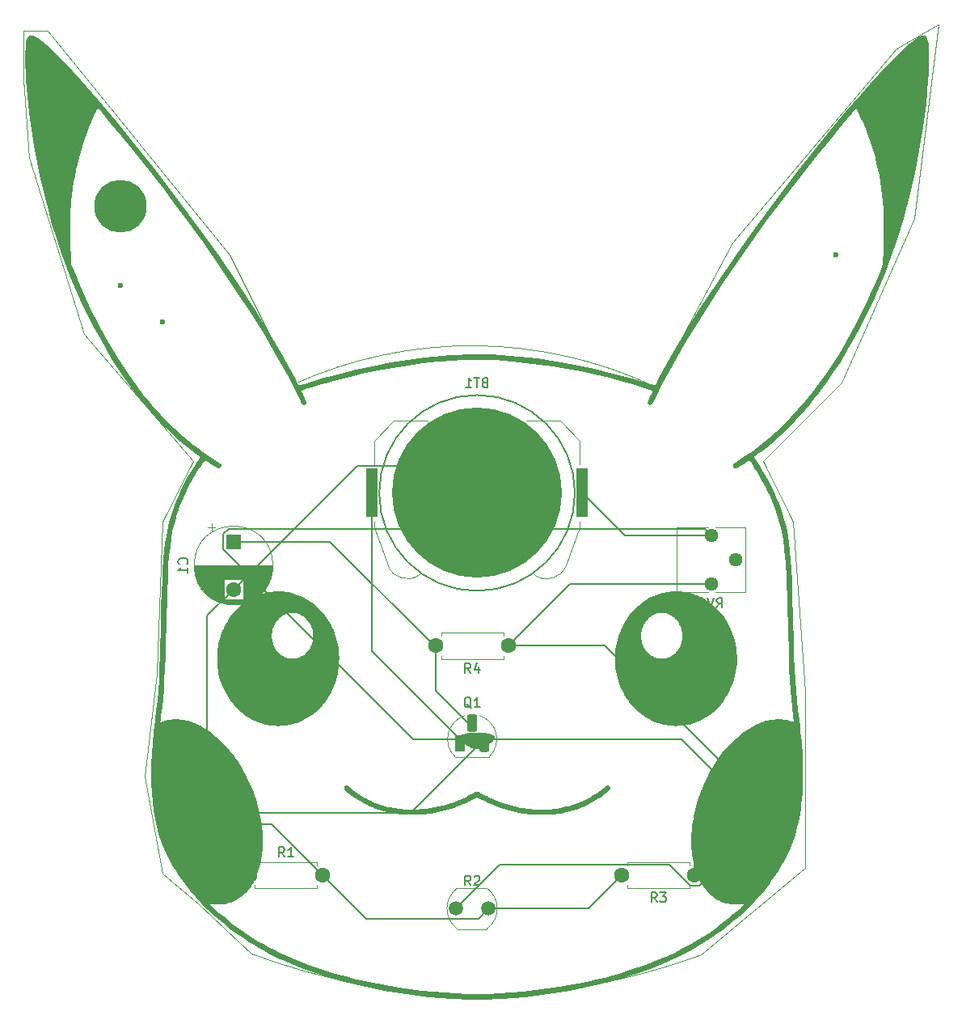
<source format=gbr>
%TF.GenerationSoftware,KiCad,Pcbnew,9.0.2*%
%TF.CreationDate,2025-06-24T15:13:24+03:00*%
%TF.ProjectId,PikaGlow,50696b61-476c-46f7-972e-6b696361645f,rev?*%
%TF.SameCoordinates,Original*%
%TF.FileFunction,Soldermask,Bot*%
%TF.FilePolarity,Negative*%
%FSLAX46Y46*%
G04 Gerber Fmt 4.6, Leading zero omitted, Abs format (unit mm)*
G04 Created by KiCad (PCBNEW 9.0.2) date 2025-06-24 15:13:24*
%MOMM*%
%LPD*%
G01*
G04 APERTURE LIST*
G04 Aperture macros list*
%AMRoundRect*
0 Rectangle with rounded corners*
0 $1 Rounding radius*
0 $2 $3 $4 $5 $6 $7 $8 $9 X,Y pos of 4 corners*
0 Add a 4 corners polygon primitive as box body*
4,1,4,$2,$3,$4,$5,$6,$7,$8,$9,$2,$3,0*
0 Add four circle primitives for the rounded corners*
1,1,$1+$1,$2,$3*
1,1,$1+$1,$4,$5*
1,1,$1+$1,$6,$7*
1,1,$1+$1,$8,$9*
0 Add four rect primitives between the rounded corners*
20,1,$1+$1,$2,$3,$4,$5,0*
20,1,$1+$1,$4,$5,$6,$7,0*
20,1,$1+$1,$6,$7,$8,$9,0*
20,1,$1+$1,$8,$9,$2,$3,0*%
G04 Aperture macros list end*
%ADD10C,1.600000*%
%ADD11R,1.800000X1.800000*%
%ADD12C,1.800000*%
%ADD13R,1.100000X1.800000*%
%ADD14RoundRect,0.275000X-0.275000X-0.625000X0.275000X-0.625000X0.275000X0.625000X-0.275000X0.625000X0*%
%ADD15C,1.500000*%
%ADD16C,1.440000*%
%ADD17R,1.270000X5.080000*%
%ADD18C,17.800000*%
%ADD19RoundRect,0.250000X-0.550000X0.550000X-0.550000X-0.550000X0.550000X-0.550000X0.550000X0.550000X0*%
%TA.AperFunction,ComponentPad*%
%ADD20C,1.600000*%
%TD*%
%TA.AperFunction,ComponentPad*%
%ADD21R,1.800000X1.800000*%
%TD*%
%TA.AperFunction,ComponentPad*%
%ADD22C,1.800000*%
%TD*%
%TA.AperFunction,ComponentPad*%
%ADD23R,1.100000X1.800000*%
%TD*%
%TA.AperFunction,ComponentPad*%
%ADD24RoundRect,0.275000X-0.275000X-0.625000X0.275000X-0.625000X0.275000X0.625000X-0.275000X0.625000X0*%
%TD*%
%TA.AperFunction,ComponentPad*%
%ADD25C,1.500000*%
%TD*%
%TA.AperFunction,ComponentPad*%
%ADD26C,1.440000*%
%TD*%
%TA.AperFunction,SMDPad,CuDef*%
%ADD27R,1.270000X5.080000*%
%TD*%
%TA.AperFunction,SMDPad,CuDef*%
%ADD28C,17.800000*%
%TD*%
%TA.AperFunction,ComponentPad*%
%ADD29RoundRect,0.250000X-0.550000X0.550000X-0.550000X-0.550000X0.550000X-0.550000X0.550000X0.550000X0*%
%TD*%
%TA.AperFunction,ViaPad*%
%ADD30C,5.500000*%
%TD*%
%TA.AperFunction,ViaPad*%
%ADD31C,0.600000*%
%TD*%
%TA.AperFunction,Conductor*%
%ADD32C,0.200000*%
%TD*%
%ADD33C,0.150000*%
%ADD34C,0.120000*%
%ADD35C,0.000000*%
%TA.AperFunction,Profile*%
%ADD36C,0.050000*%
%TD*%
G04 APERTURE END LIST*
D10*
%TO.C,R4*%
X141651000Y-139341000D03*
X134031000Y-139341000D03*
%TD*%
%TO.C,R3*%
X161151000Y-163341000D03*
X153531000Y-163341000D03*
%TD*%
D11*
%TO.C,D1*%
X108725000Y-156841000D03*
D12*
X111265000Y-156841000D03*
%TD*%
D10*
%TO.C,R1*%
X114531000Y-163341000D03*
X122151000Y-163341000D03*
%TD*%
D13*
%TO.C,Q1*%
X136571000Y-149511000D03*
D14*
X137841000Y-147441000D03*
X139111000Y-149511000D03*
%TD*%
D11*
%TO.C,D2*%
X164960000Y-156841000D03*
D12*
X167500000Y-156841000D03*
%TD*%
D15*
%TO.C,R2*%
X136141000Y-166841000D03*
X139541000Y-166841000D03*
%TD*%
D16*
%TO.C,RV1*%
X162901000Y-127801000D03*
X165441000Y-130341000D03*
X162901000Y-132881000D03*
%TD*%
D17*
%TO.C,BT1*%
X149326000Y-123341000D03*
X127356000Y-123341000D03*
D18*
X138341000Y-123341000D03*
%TD*%
D19*
%TO.C,C1*%
X112841000Y-128438349D03*
D10*
X112841000Y-133438349D03*
%TD*%
D20*
%TO.P,R4,1*%
%TO.N,Net-(R2-Pad1)*%
X141651000Y-139341000D03*
%TO.P,R4,2*%
%TO.N,Net-(Q1-B)*%
X134031000Y-139341000D03*
%TD*%
%TO.P,R3,1*%
%TO.N,Net-(D2-K)*%
X161151000Y-163341000D03*
%TO.P,R3,2*%
%TO.N,Net-(BT1--)*%
X153531000Y-163341000D03*
%TD*%
D21*
%TO.P,D1,1,K*%
%TO.N,Net-(D1-K)*%
X108725000Y-156841000D03*
D22*
%TO.P,D1,2,A*%
%TO.N,Net-(D1-A)*%
X111265000Y-156841000D03*
%TD*%
D20*
%TO.P,R1,1*%
%TO.N,Net-(D1-K)*%
X114531000Y-163341000D03*
%TO.P,R1,2*%
%TO.N,Net-(BT1--)*%
X122151000Y-163341000D03*
%TD*%
D23*
%TO.P,Q1,1,C*%
%TO.N,Net-(BT1-+)*%
X136571000Y-149511000D03*
D24*
%TO.P,Q1,2,B*%
%TO.N,Net-(Q1-B)*%
X137841000Y-147441000D03*
%TO.P,Q1,3,E*%
%TO.N,Net-(D1-A)*%
X139111000Y-149511000D03*
%TD*%
D21*
%TO.P,D2,1,K*%
%TO.N,Net-(D2-K)*%
X164960000Y-156841000D03*
D22*
%TO.P,D2,2,A*%
%TO.N,Net-(D1-A)*%
X167500000Y-156841000D03*
%TD*%
D25*
%TO.P,R2,1*%
%TO.N,Net-(R2-Pad1)*%
X136141000Y-166841000D03*
%TO.P,R2,2*%
%TO.N,Net-(BT1--)*%
X139541000Y-166841000D03*
%TD*%
D26*
%TO.P,RV1,1,1*%
%TO.N,Net-(BT1-+)*%
X162901000Y-127801000D03*
%TO.P,RV1,2,2*%
%TO.N,unconnected-(RV1-Pad2)*%
X165441000Y-130341000D03*
%TO.P,RV1,3,3*%
%TO.N,Net-(R2-Pad1)*%
X162901000Y-132881000D03*
%TD*%
D27*
%TO.P,BT1,1,+*%
%TO.N,Net-(BT1-+)*%
X149326000Y-123341000D03*
X127356000Y-123341000D03*
D28*
%TO.P,BT1,2,-*%
%TO.N,Net-(BT1--)*%
X138341000Y-123341000D03*
%TD*%
D29*
%TO.P,C1,1*%
%TO.N,Net-(Q1-B)*%
X112841000Y-128438349D03*
D20*
%TO.P,C1,2*%
%TO.N,Net-(BT1--)*%
X112841000Y-133438349D03*
%TD*%
D30*
%TO.N,*%
X100965000Y-93345000D03*
D31*
X105410000Y-105410000D03*
X100965000Y-101600000D03*
X175895000Y-98425000D03*
%TD*%
D32*
%TO.N,Net-(BT1-+)*%
X162901000Y-127801000D02*
X153786000Y-127801000D01*
X153786000Y-127801000D02*
X149326000Y-123341000D01*
X127356000Y-139896000D02*
X136571000Y-149111000D01*
X127356000Y-123341000D02*
X127356000Y-139896000D01*
%TO.N,Net-(BT1--)*%
X138341000Y-123341000D02*
X135500000Y-120500000D01*
X135500000Y-120500000D02*
X125779349Y-120500000D01*
X125779349Y-120500000D02*
X112841000Y-133438349D01*
%TD*%
D33*
X163436238Y-135345819D02*
X163769571Y-134869628D01*
X164007666Y-135345819D02*
X164007666Y-134345819D01*
X164007666Y-134345819D02*
X163626714Y-134345819D01*
X163626714Y-134345819D02*
X163531476Y-134393438D01*
X163531476Y-134393438D02*
X163483857Y-134441057D01*
X163483857Y-134441057D02*
X163436238Y-134536295D01*
X163436238Y-134536295D02*
X163436238Y-134679152D01*
X163436238Y-134679152D02*
X163483857Y-134774390D01*
X163483857Y-134774390D02*
X163531476Y-134822009D01*
X163531476Y-134822009D02*
X163626714Y-134869628D01*
X163626714Y-134869628D02*
X164007666Y-134869628D01*
X163150523Y-134345819D02*
X162817190Y-135345819D01*
X162817190Y-135345819D02*
X162483857Y-134345819D01*
X161626714Y-135345819D02*
X162198142Y-135345819D01*
X161912428Y-135345819D02*
X161912428Y-134345819D01*
X161912428Y-134345819D02*
X162007666Y-134488676D01*
X162007666Y-134488676D02*
X162102904Y-134583914D01*
X162102904Y-134583914D02*
X162198142Y-134631533D01*
X139126714Y-111772009D02*
X138983857Y-111819628D01*
X138983857Y-111819628D02*
X138936238Y-111867247D01*
X138936238Y-111867247D02*
X138888619Y-111962485D01*
X138888619Y-111962485D02*
X138888619Y-112105342D01*
X138888619Y-112105342D02*
X138936238Y-112200580D01*
X138936238Y-112200580D02*
X138983857Y-112248200D01*
X138983857Y-112248200D02*
X139079095Y-112295819D01*
X139079095Y-112295819D02*
X139460047Y-112295819D01*
X139460047Y-112295819D02*
X139460047Y-111295819D01*
X139460047Y-111295819D02*
X139126714Y-111295819D01*
X139126714Y-111295819D02*
X139031476Y-111343438D01*
X139031476Y-111343438D02*
X138983857Y-111391057D01*
X138983857Y-111391057D02*
X138936238Y-111486295D01*
X138936238Y-111486295D02*
X138936238Y-111581533D01*
X138936238Y-111581533D02*
X138983857Y-111676771D01*
X138983857Y-111676771D02*
X139031476Y-111724390D01*
X139031476Y-111724390D02*
X139126714Y-111772009D01*
X139126714Y-111772009D02*
X139460047Y-111772009D01*
X138602904Y-111295819D02*
X138031476Y-111295819D01*
X138317190Y-112295819D02*
X138317190Y-111295819D01*
X137174333Y-112295819D02*
X137745761Y-112295819D01*
X137460047Y-112295819D02*
X137460047Y-111295819D01*
X137460047Y-111295819D02*
X137555285Y-111438676D01*
X137555285Y-111438676D02*
X137650523Y-111533914D01*
X137650523Y-111533914D02*
X137745761Y-111581533D01*
X107950580Y-130771682D02*
X107998200Y-130724063D01*
X107998200Y-130724063D02*
X108045819Y-130581206D01*
X108045819Y-130581206D02*
X108045819Y-130485968D01*
X108045819Y-130485968D02*
X107998200Y-130343111D01*
X107998200Y-130343111D02*
X107902961Y-130247873D01*
X107902961Y-130247873D02*
X107807723Y-130200254D01*
X107807723Y-130200254D02*
X107617247Y-130152635D01*
X107617247Y-130152635D02*
X107474390Y-130152635D01*
X107474390Y-130152635D02*
X107283914Y-130200254D01*
X107283914Y-130200254D02*
X107188676Y-130247873D01*
X107188676Y-130247873D02*
X107093438Y-130343111D01*
X107093438Y-130343111D02*
X107045819Y-130485968D01*
X107045819Y-130485968D02*
X107045819Y-130581206D01*
X107045819Y-130581206D02*
X107093438Y-130724063D01*
X107093438Y-130724063D02*
X107141057Y-130771682D01*
X108045819Y-131724063D02*
X108045819Y-131152635D01*
X108045819Y-131438349D02*
X107045819Y-131438349D01*
X107045819Y-131438349D02*
X107188676Y-131343111D01*
X107188676Y-131343111D02*
X107283914Y-131247873D01*
X107283914Y-131247873D02*
X107331533Y-131152635D01*
D34*
%TO.C,RV1*%
X159231000Y-126931000D02*
X162519000Y-126931000D01*
X159231000Y-133751000D02*
X159231000Y-126931000D01*
X159231000Y-133751000D02*
X162519000Y-133751000D01*
X163283000Y-126931000D02*
X166451000Y-126931000D01*
X163283000Y-133751000D02*
X166451000Y-133751000D01*
X166451000Y-133751000D02*
X166451000Y-126931000D01*
%TO.C,BT1*%
X127561000Y-117881000D02*
X127561000Y-120341000D01*
X127561000Y-126341000D02*
X127561000Y-126971000D01*
X127561000Y-126971000D02*
X129001000Y-130921000D01*
X129641000Y-115801000D02*
X127561000Y-117881000D01*
X129641000Y-115801000D02*
X133141000Y-115801000D01*
X143541000Y-115801000D02*
X147041000Y-115801000D01*
X147041000Y-115801000D02*
X149121000Y-117881000D01*
X149121000Y-117881000D02*
X149121000Y-120341000D01*
X149121000Y-126341000D02*
X149121000Y-126971000D01*
X149121000Y-126971000D02*
X147681000Y-130921000D01*
X132341000Y-131891000D02*
G75*
G02*
X129015757Y-130929169I-1310000J1700000D01*
G01*
X147681000Y-130921000D02*
G75*
G02*
X144344354Y-131907530I-2030000J730001D01*
G01*
%TO.C,C1*%
X108761000Y-130938349D02*
X116921000Y-130938349D01*
X108761000Y-130978349D02*
X116921000Y-130978349D01*
X108762000Y-131018349D02*
X116920000Y-131018349D01*
X108763000Y-131058349D02*
X116919000Y-131058349D01*
X108764000Y-131098349D02*
X116918000Y-131098349D01*
X108766000Y-131138349D02*
X116916000Y-131138349D01*
X108768000Y-131178349D02*
X116914000Y-131178349D01*
X108771000Y-131218349D02*
X116911000Y-131218349D01*
X108773000Y-131258349D02*
X116909000Y-131258349D01*
X108777000Y-131298349D02*
X116905000Y-131298349D01*
X108780000Y-131338349D02*
X116902000Y-131338349D01*
X108785000Y-131378349D02*
X116897000Y-131378349D01*
X108789000Y-131418349D02*
X116893000Y-131418349D01*
X108794000Y-131458349D02*
X116888000Y-131458349D01*
X108799000Y-131498349D02*
X116883000Y-131498349D01*
X108805000Y-131538349D02*
X116877000Y-131538349D01*
X108811000Y-131578349D02*
X116871000Y-131578349D01*
X108818000Y-131618349D02*
X116864000Y-131618349D01*
X108824000Y-131658349D02*
X116858000Y-131658349D01*
X108832000Y-131698349D02*
X116850000Y-131698349D01*
X108839000Y-131738349D02*
X116843000Y-131738349D01*
X108848000Y-131778349D02*
X116834000Y-131778349D01*
X108856000Y-131818349D02*
X116826000Y-131818349D01*
X108865000Y-131858349D02*
X116817000Y-131858349D01*
X108874000Y-131898349D02*
X116808000Y-131898349D01*
X108884000Y-131938349D02*
X116798000Y-131938349D01*
X108894000Y-131978349D02*
X116788000Y-131978349D01*
X108905000Y-132018349D02*
X116777000Y-132018349D01*
X108916000Y-132058349D02*
X116766000Y-132058349D01*
X108928000Y-132098349D02*
X116754000Y-132098349D01*
X108940000Y-132138349D02*
X116742000Y-132138349D01*
X108952000Y-132178349D02*
X116730000Y-132178349D01*
X108965000Y-132218349D02*
X116717000Y-132218349D01*
X108978000Y-132258349D02*
X116704000Y-132258349D01*
X108992000Y-132298349D02*
X116690000Y-132298349D01*
X109006000Y-132338349D02*
X116676000Y-132338349D01*
X109021000Y-132378349D02*
X116661000Y-132378349D01*
X109036000Y-132418349D02*
X111801000Y-132418349D01*
X109052000Y-132458349D02*
X111801000Y-132458349D01*
X109068000Y-132498349D02*
X111801000Y-132498349D01*
X109084000Y-132538349D02*
X111801000Y-132538349D01*
X109101000Y-132578349D02*
X111801000Y-132578349D01*
X109119000Y-132618349D02*
X111801000Y-132618349D01*
X109137000Y-132658349D02*
X111801000Y-132658349D01*
X109156000Y-132698349D02*
X111801000Y-132698349D01*
X109175000Y-132738349D02*
X111801000Y-132738349D01*
X109195000Y-132778349D02*
X111801000Y-132778349D01*
X109215000Y-132818349D02*
X111801000Y-132818349D01*
X109236000Y-132858349D02*
X111801000Y-132858349D01*
X109257000Y-132898349D02*
X111801000Y-132898349D01*
X109279000Y-132938349D02*
X111801000Y-132938349D01*
X109302000Y-132978349D02*
X111801000Y-132978349D01*
X109325000Y-133018349D02*
X111801000Y-133018349D01*
X109348000Y-133058349D02*
X111801000Y-133058349D01*
X109373000Y-133098349D02*
X111801000Y-133098349D01*
X109398000Y-133138349D02*
X111801000Y-133138349D01*
X109423000Y-133178349D02*
X111801000Y-133178349D01*
X109449000Y-133218349D02*
X111801000Y-133218349D01*
X109476000Y-133258349D02*
X111801000Y-133258349D01*
X109504000Y-133298349D02*
X111801000Y-133298349D01*
X109532000Y-133338349D02*
X111801000Y-133338349D01*
X109561000Y-133378349D02*
X111801000Y-133378349D01*
X109591000Y-133418349D02*
X111801000Y-133418349D01*
X109622000Y-133458349D02*
X111801000Y-133458349D01*
X109653000Y-133498349D02*
X111801000Y-133498349D01*
X109685000Y-133538349D02*
X111801000Y-133538349D01*
X109718000Y-133578349D02*
X111801000Y-133578349D01*
X109752000Y-133618349D02*
X111801000Y-133618349D01*
X109786000Y-133658349D02*
X111801000Y-133658349D01*
X109822000Y-133698349D02*
X111801000Y-133698349D01*
X109859000Y-133738349D02*
X111801000Y-133738349D01*
X109896000Y-133778349D02*
X111801000Y-133778349D01*
X109935000Y-133818349D02*
X111801000Y-133818349D01*
X109974000Y-133858349D02*
X111801000Y-133858349D01*
X110015000Y-133898349D02*
X111801000Y-133898349D01*
X110057000Y-133938349D02*
X111801000Y-133938349D01*
X110100000Y-133978349D02*
X111801000Y-133978349D01*
X110126000Y-126928651D02*
X110926000Y-126928651D01*
X110145000Y-134018349D02*
X111801000Y-134018349D01*
X110190000Y-134058349D02*
X111801000Y-134058349D01*
X110237000Y-134098349D02*
X111801000Y-134098349D01*
X110286000Y-134138349D02*
X111801000Y-134138349D01*
X110336000Y-134178349D02*
X111801000Y-134178349D01*
X110388000Y-134218349D02*
X111801000Y-134218349D01*
X110441000Y-134258349D02*
X111801000Y-134258349D01*
X110497000Y-134298349D02*
X111801000Y-134298349D01*
X110526000Y-126528651D02*
X110526000Y-127328651D01*
X110554000Y-134338349D02*
X111801000Y-134338349D01*
X110614000Y-134378349D02*
X111801000Y-134378349D01*
X110676000Y-134418349D02*
X111801000Y-134418349D01*
X110740000Y-134458349D02*
X111801000Y-134458349D01*
X110807000Y-134498349D02*
X114875000Y-134498349D01*
X110877000Y-134538349D02*
X114805000Y-134538349D01*
X110951000Y-134578349D02*
X114731000Y-134578349D01*
X111028000Y-134618349D02*
X114654000Y-134618349D01*
X111110000Y-134658349D02*
X114572000Y-134658349D01*
X111197000Y-134698349D02*
X114485000Y-134698349D01*
X111289000Y-134738349D02*
X114393000Y-134738349D01*
X111388000Y-134778349D02*
X114294000Y-134778349D01*
X111495000Y-134818349D02*
X114187000Y-134818349D01*
X111613000Y-134858349D02*
X114069000Y-134858349D01*
X111744000Y-134898349D02*
X113938000Y-134898349D01*
X111894000Y-134938349D02*
X113788000Y-134938349D01*
X112073000Y-134978349D02*
X113609000Y-134978349D01*
X112308000Y-135018349D02*
X113374000Y-135018349D01*
X113881000Y-132418349D02*
X116646000Y-132418349D01*
X113881000Y-132458349D02*
X116630000Y-132458349D01*
X113881000Y-132498349D02*
X116614000Y-132498349D01*
X113881000Y-132538349D02*
X116598000Y-132538349D01*
X113881000Y-132578349D02*
X116581000Y-132578349D01*
X113881000Y-132618349D02*
X116563000Y-132618349D01*
X113881000Y-132658349D02*
X116545000Y-132658349D01*
X113881000Y-132698349D02*
X116526000Y-132698349D01*
X113881000Y-132738349D02*
X116507000Y-132738349D01*
X113881000Y-132778349D02*
X116487000Y-132778349D01*
X113881000Y-132818349D02*
X116467000Y-132818349D01*
X113881000Y-132858349D02*
X116446000Y-132858349D01*
X113881000Y-132898349D02*
X116425000Y-132898349D01*
X113881000Y-132938349D02*
X116403000Y-132938349D01*
X113881000Y-132978349D02*
X116380000Y-132978349D01*
X113881000Y-133018349D02*
X116357000Y-133018349D01*
X113881000Y-133058349D02*
X116334000Y-133058349D01*
X113881000Y-133098349D02*
X116309000Y-133098349D01*
X113881000Y-133138349D02*
X116284000Y-133138349D01*
X113881000Y-133178349D02*
X116259000Y-133178349D01*
X113881000Y-133218349D02*
X116233000Y-133218349D01*
X113881000Y-133258349D02*
X116206000Y-133258349D01*
X113881000Y-133298349D02*
X116178000Y-133298349D01*
X113881000Y-133338349D02*
X116150000Y-133338349D01*
X113881000Y-133378349D02*
X116121000Y-133378349D01*
X113881000Y-133418349D02*
X116091000Y-133418349D01*
X113881000Y-133458349D02*
X116060000Y-133458349D01*
X113881000Y-133498349D02*
X116029000Y-133498349D01*
X113881000Y-133538349D02*
X115997000Y-133538349D01*
X113881000Y-133578349D02*
X115964000Y-133578349D01*
X113881000Y-133618349D02*
X115930000Y-133618349D01*
X113881000Y-133658349D02*
X115896000Y-133658349D01*
X113881000Y-133698349D02*
X115860000Y-133698349D01*
X113881000Y-133738349D02*
X115823000Y-133738349D01*
X113881000Y-133778349D02*
X115786000Y-133778349D01*
X113881000Y-133818349D02*
X115747000Y-133818349D01*
X113881000Y-133858349D02*
X115708000Y-133858349D01*
X113881000Y-133898349D02*
X115667000Y-133898349D01*
X113881000Y-133938349D02*
X115625000Y-133938349D01*
X113881000Y-133978349D02*
X115582000Y-133978349D01*
X113881000Y-134018349D02*
X115537000Y-134018349D01*
X113881000Y-134058349D02*
X115492000Y-134058349D01*
X113881000Y-134098349D02*
X115445000Y-134098349D01*
X113881000Y-134138349D02*
X115396000Y-134138349D01*
X113881000Y-134178349D02*
X115346000Y-134178349D01*
X113881000Y-134218349D02*
X115294000Y-134218349D01*
X113881000Y-134258349D02*
X115241000Y-134258349D01*
X113881000Y-134298349D02*
X115185000Y-134298349D01*
X113881000Y-134338349D02*
X115128000Y-134338349D01*
X113881000Y-134378349D02*
X115068000Y-134378349D01*
X113881000Y-134418349D02*
X115006000Y-134418349D01*
X113881000Y-134458349D02*
X114942000Y-134458349D01*
X116961000Y-130938349D02*
G75*
G02*
X108721000Y-130938349I-4120000J0D01*
G01*
X108721000Y-130938349D02*
G75*
G02*
X116961000Y-130938349I4120000J0D01*
G01*
%TD*%
D20*
%TO.P,R4,1*%
%TO.N,Net-(R2-Pad1)*%
X141651000Y-139341000D03*
%TO.P,R4,2*%
%TO.N,Net-(Q1-B)*%
X134031000Y-139341000D03*
%TD*%
%TO.P,R3,1*%
%TO.N,Net-(D2-K)*%
X161151000Y-163341000D03*
%TO.P,R3,2*%
%TO.N,Net-(BT1--)*%
X153531000Y-163341000D03*
%TD*%
D21*
%TO.P,D1,1,K*%
%TO.N,Net-(D1-K)*%
X108725000Y-156841000D03*
D22*
%TO.P,D1,2,A*%
%TO.N,Net-(D1-A)*%
X111265000Y-156841000D03*
%TD*%
D20*
%TO.P,R1,1*%
%TO.N,Net-(D1-K)*%
X114531000Y-163341000D03*
%TO.P,R1,2*%
%TO.N,Net-(BT1--)*%
X122151000Y-163341000D03*
%TD*%
D23*
%TO.P,Q1,1,C*%
%TO.N,Net-(BT1-+)*%
X136571000Y-149511000D03*
D24*
%TO.P,Q1,2,B*%
%TO.N,Net-(Q1-B)*%
X137841000Y-147441000D03*
%TO.P,Q1,3,E*%
%TO.N,Net-(D1-A)*%
X139111000Y-149511000D03*
%TD*%
D21*
%TO.P,D2,1,K*%
%TO.N,Net-(D2-K)*%
X164960000Y-156841000D03*
D22*
%TO.P,D2,2,A*%
%TO.N,Net-(D1-A)*%
X167500000Y-156841000D03*
%TD*%
D25*
%TO.P,R2,1*%
%TO.N,Net-(R2-Pad1)*%
X136141000Y-166841000D03*
%TO.P,R2,2*%
%TO.N,Net-(BT1--)*%
X139541000Y-166841000D03*
%TD*%
D26*
%TO.P,RV1,1,1*%
%TO.N,Net-(BT1-+)*%
X162901000Y-127801000D03*
%TO.P,RV1,2,2*%
%TO.N,unconnected-(RV1-Pad2)*%
X165441000Y-130341000D03*
%TO.P,RV1,3,3*%
%TO.N,Net-(R2-Pad1)*%
X162901000Y-132881000D03*
%TD*%
D29*
%TO.P,C1,1*%
%TO.N,Net-(Q1-B)*%
X112841000Y-128438349D03*
D20*
%TO.P,C1,2*%
%TO.N,Net-(BT1--)*%
X112841000Y-133438349D03*
%TD*%
D30*
%TO.N,*%
X100965000Y-93345000D03*
D31*
X105410000Y-105410000D03*
X100965000Y-101600000D03*
X175895000Y-98425000D03*
%TD*%
D32*
%TO.N,Net-(BT1-+)*%
X131627491Y-149111000D02*
X136571000Y-149111000D01*
X111740000Y-127653189D02*
X111740000Y-129223509D01*
X112312188Y-127081001D02*
X111740000Y-127653189D01*
X162901000Y-127801000D02*
X162181001Y-127081001D01*
X111740000Y-129223509D02*
X131627491Y-149111000D01*
X162181001Y-127081001D02*
X112312188Y-127081001D01*
%TO.N,Net-(BT1--)*%
X139541000Y-166841000D02*
X138490000Y-167892000D01*
X110064000Y-136215349D02*
X112841000Y-133438349D01*
X126702000Y-167892000D02*
X122151000Y-163341000D01*
X138490000Y-167892000D02*
X126702000Y-167892000D01*
X139541000Y-166841000D02*
X150031000Y-166841000D01*
X110064000Y-157338471D02*
X110064000Y-136215349D01*
X110767529Y-158042000D02*
X110064000Y-157338471D01*
X150031000Y-166841000D02*
X153531000Y-163341000D01*
X122151000Y-163341000D02*
X116852000Y-158042000D01*
X116852000Y-158042000D02*
X110767529Y-158042000D01*
%TO.N,Net-(Q1-B)*%
X134031000Y-144031000D02*
X134031000Y-139341000D01*
X122938349Y-128438349D02*
X112841000Y-128438349D01*
X134031000Y-139341000D02*
X133841000Y-139341000D01*
X133841000Y-139341000D02*
X122938349Y-128438349D01*
X137841000Y-147841000D02*
X134031000Y-144031000D01*
%TO.N,Net-(D1-K)*%
X108725000Y-157535000D02*
X108725000Y-156841000D01*
X114531000Y-163341000D02*
X108725000Y-157535000D01*
%TO.N,Net-(D1-A)*%
X139111000Y-149111000D02*
X131381000Y-156841000D01*
X167500000Y-156841000D02*
X159770000Y-149111000D01*
X131381000Y-156841000D02*
X111265000Y-156841000D01*
X159770000Y-149111000D02*
X139111000Y-149111000D01*
%TO.N,Net-(D2-K)*%
X161151000Y-163341000D02*
X161151000Y-160650000D01*
X161151000Y-160650000D02*
X164960000Y-156841000D01*
%TO.N,Net-(R2-Pad1)*%
X140742000Y-162240000D02*
X136141000Y-166841000D01*
X140742000Y-162240000D02*
X158492950Y-162240000D01*
X160694950Y-164442000D02*
X161607050Y-164442000D01*
X162901000Y-132881000D02*
X148111000Y-132881000D01*
X158492950Y-162240000D02*
X160694950Y-164442000D01*
X168701000Y-156343529D02*
X151698471Y-139341000D01*
X168701000Y-157348050D02*
X168701000Y-156343529D01*
X148111000Y-132881000D02*
X141651000Y-139341000D01*
X151698471Y-139341000D02*
X141651000Y-139341000D01*
X161607050Y-164442000D02*
X168701000Y-157348050D01*
%TD*%
D10*
%TO.C,R4*%
X141651000Y-139341000D03*
X134031000Y-139341000D03*
%TD*%
%TO.C,R3*%
X161151000Y-163341000D03*
X153531000Y-163341000D03*
%TD*%
D11*
%TO.C,D1*%
X108725000Y-156841000D03*
D12*
X111265000Y-156841000D03*
%TD*%
D10*
%TO.C,R1*%
X114531000Y-163341000D03*
X122151000Y-163341000D03*
%TD*%
D13*
%TO.C,Q1*%
X136571000Y-149511000D03*
D14*
X137841000Y-147441000D03*
X139111000Y-149511000D03*
%TD*%
D11*
%TO.C,D2*%
X164960000Y-156841000D03*
D12*
X167500000Y-156841000D03*
%TD*%
D15*
%TO.C,R2*%
X136141000Y-166841000D03*
X139541000Y-166841000D03*
%TD*%
D16*
%TO.C,RV1*%
X162901000Y-127801000D03*
X165441000Y-130341000D03*
X162901000Y-132881000D03*
%TD*%
D19*
%TO.C,C1*%
X112841000Y-128438349D03*
D10*
X112841000Y-133438349D03*
%TD*%
D33*
X137674333Y-142165819D02*
X137341000Y-141689628D01*
X137102905Y-142165819D02*
X137102905Y-141165819D01*
X137102905Y-141165819D02*
X137483857Y-141165819D01*
X137483857Y-141165819D02*
X137579095Y-141213438D01*
X137579095Y-141213438D02*
X137626714Y-141261057D01*
X137626714Y-141261057D02*
X137674333Y-141356295D01*
X137674333Y-141356295D02*
X137674333Y-141499152D01*
X137674333Y-141499152D02*
X137626714Y-141594390D01*
X137626714Y-141594390D02*
X137579095Y-141642009D01*
X137579095Y-141642009D02*
X137483857Y-141689628D01*
X137483857Y-141689628D02*
X137102905Y-141689628D01*
X138531476Y-141499152D02*
X138531476Y-142165819D01*
X138293381Y-141118200D02*
X138055286Y-141832485D01*
X138055286Y-141832485D02*
X138674333Y-141832485D01*
X157174333Y-166165819D02*
X156841000Y-165689628D01*
X156602905Y-166165819D02*
X156602905Y-165165819D01*
X156602905Y-165165819D02*
X156983857Y-165165819D01*
X156983857Y-165165819D02*
X157079095Y-165213438D01*
X157079095Y-165213438D02*
X157126714Y-165261057D01*
X157126714Y-165261057D02*
X157174333Y-165356295D01*
X157174333Y-165356295D02*
X157174333Y-165499152D01*
X157174333Y-165499152D02*
X157126714Y-165594390D01*
X157126714Y-165594390D02*
X157079095Y-165642009D01*
X157079095Y-165642009D02*
X156983857Y-165689628D01*
X156983857Y-165689628D02*
X156602905Y-165689628D01*
X157507667Y-165165819D02*
X158126714Y-165165819D01*
X158126714Y-165165819D02*
X157793381Y-165546771D01*
X157793381Y-165546771D02*
X157936238Y-165546771D01*
X157936238Y-165546771D02*
X158031476Y-165594390D01*
X158031476Y-165594390D02*
X158079095Y-165642009D01*
X158079095Y-165642009D02*
X158126714Y-165737247D01*
X158126714Y-165737247D02*
X158126714Y-165975342D01*
X158126714Y-165975342D02*
X158079095Y-166070580D01*
X158079095Y-166070580D02*
X158031476Y-166118200D01*
X158031476Y-166118200D02*
X157936238Y-166165819D01*
X157936238Y-166165819D02*
X157650524Y-166165819D01*
X157650524Y-166165819D02*
X157555286Y-166118200D01*
X157555286Y-166118200D02*
X157507667Y-166070580D01*
X109256905Y-153335819D02*
X109256905Y-152335819D01*
X109256905Y-152335819D02*
X109495000Y-152335819D01*
X109495000Y-152335819D02*
X109637857Y-152383438D01*
X109637857Y-152383438D02*
X109733095Y-152478676D01*
X109733095Y-152478676D02*
X109780714Y-152573914D01*
X109780714Y-152573914D02*
X109828333Y-152764390D01*
X109828333Y-152764390D02*
X109828333Y-152907247D01*
X109828333Y-152907247D02*
X109780714Y-153097723D01*
X109780714Y-153097723D02*
X109733095Y-153192961D01*
X109733095Y-153192961D02*
X109637857Y-153288200D01*
X109637857Y-153288200D02*
X109495000Y-153335819D01*
X109495000Y-153335819D02*
X109256905Y-153335819D01*
X110780714Y-153335819D02*
X110209286Y-153335819D01*
X110495000Y-153335819D02*
X110495000Y-152335819D01*
X110495000Y-152335819D02*
X110399762Y-152478676D01*
X110399762Y-152478676D02*
X110304524Y-152573914D01*
X110304524Y-152573914D02*
X110209286Y-152621533D01*
X118174333Y-161425819D02*
X117841000Y-160949628D01*
X117602905Y-161425819D02*
X117602905Y-160425819D01*
X117602905Y-160425819D02*
X117983857Y-160425819D01*
X117983857Y-160425819D02*
X118079095Y-160473438D01*
X118079095Y-160473438D02*
X118126714Y-160521057D01*
X118126714Y-160521057D02*
X118174333Y-160616295D01*
X118174333Y-160616295D02*
X118174333Y-160759152D01*
X118174333Y-160759152D02*
X118126714Y-160854390D01*
X118126714Y-160854390D02*
X118079095Y-160902009D01*
X118079095Y-160902009D02*
X117983857Y-160949628D01*
X117983857Y-160949628D02*
X117602905Y-160949628D01*
X119126714Y-161425819D02*
X118555286Y-161425819D01*
X118841000Y-161425819D02*
X118841000Y-160425819D01*
X118841000Y-160425819D02*
X118745762Y-160568676D01*
X118745762Y-160568676D02*
X118650524Y-160663914D01*
X118650524Y-160663914D02*
X118555286Y-160711533D01*
X137745761Y-145861057D02*
X137650523Y-145813438D01*
X137650523Y-145813438D02*
X137555285Y-145718200D01*
X137555285Y-145718200D02*
X137412428Y-145575342D01*
X137412428Y-145575342D02*
X137317190Y-145527723D01*
X137317190Y-145527723D02*
X137221952Y-145527723D01*
X137269571Y-145765819D02*
X137174333Y-145718200D01*
X137174333Y-145718200D02*
X137079095Y-145622961D01*
X137079095Y-145622961D02*
X137031476Y-145432485D01*
X137031476Y-145432485D02*
X137031476Y-145099152D01*
X137031476Y-145099152D02*
X137079095Y-144908676D01*
X137079095Y-144908676D02*
X137174333Y-144813438D01*
X137174333Y-144813438D02*
X137269571Y-144765819D01*
X137269571Y-144765819D02*
X137460047Y-144765819D01*
X137460047Y-144765819D02*
X137555285Y-144813438D01*
X137555285Y-144813438D02*
X137650523Y-144908676D01*
X137650523Y-144908676D02*
X137698142Y-145099152D01*
X137698142Y-145099152D02*
X137698142Y-145432485D01*
X137698142Y-145432485D02*
X137650523Y-145622961D01*
X137650523Y-145622961D02*
X137555285Y-145718200D01*
X137555285Y-145718200D02*
X137460047Y-145765819D01*
X137460047Y-145765819D02*
X137269571Y-145765819D01*
X138650523Y-145765819D02*
X138079095Y-145765819D01*
X138364809Y-145765819D02*
X138364809Y-144765819D01*
X138364809Y-144765819D02*
X138269571Y-144908676D01*
X138269571Y-144908676D02*
X138174333Y-145003914D01*
X138174333Y-145003914D02*
X138079095Y-145051533D01*
X165491905Y-153335819D02*
X165491905Y-152335819D01*
X165491905Y-152335819D02*
X165730000Y-152335819D01*
X165730000Y-152335819D02*
X165872857Y-152383438D01*
X165872857Y-152383438D02*
X165968095Y-152478676D01*
X165968095Y-152478676D02*
X166015714Y-152573914D01*
X166015714Y-152573914D02*
X166063333Y-152764390D01*
X166063333Y-152764390D02*
X166063333Y-152907247D01*
X166063333Y-152907247D02*
X166015714Y-153097723D01*
X166015714Y-153097723D02*
X165968095Y-153192961D01*
X165968095Y-153192961D02*
X165872857Y-153288200D01*
X165872857Y-153288200D02*
X165730000Y-153335819D01*
X165730000Y-153335819D02*
X165491905Y-153335819D01*
X166444286Y-152431057D02*
X166491905Y-152383438D01*
X166491905Y-152383438D02*
X166587143Y-152335819D01*
X166587143Y-152335819D02*
X166825238Y-152335819D01*
X166825238Y-152335819D02*
X166920476Y-152383438D01*
X166920476Y-152383438D02*
X166968095Y-152431057D01*
X166968095Y-152431057D02*
X167015714Y-152526295D01*
X167015714Y-152526295D02*
X167015714Y-152621533D01*
X167015714Y-152621533D02*
X166968095Y-152764390D01*
X166968095Y-152764390D02*
X166396667Y-153335819D01*
X166396667Y-153335819D02*
X167015714Y-153335819D01*
X137674333Y-164395819D02*
X137341000Y-163919628D01*
X137102905Y-164395819D02*
X137102905Y-163395819D01*
X137102905Y-163395819D02*
X137483857Y-163395819D01*
X137483857Y-163395819D02*
X137579095Y-163443438D01*
X137579095Y-163443438D02*
X137626714Y-163491057D01*
X137626714Y-163491057D02*
X137674333Y-163586295D01*
X137674333Y-163586295D02*
X137674333Y-163729152D01*
X137674333Y-163729152D02*
X137626714Y-163824390D01*
X137626714Y-163824390D02*
X137579095Y-163872009D01*
X137579095Y-163872009D02*
X137483857Y-163919628D01*
X137483857Y-163919628D02*
X137102905Y-163919628D01*
X138055286Y-163491057D02*
X138102905Y-163443438D01*
X138102905Y-163443438D02*
X138198143Y-163395819D01*
X138198143Y-163395819D02*
X138436238Y-163395819D01*
X138436238Y-163395819D02*
X138531476Y-163443438D01*
X138531476Y-163443438D02*
X138579095Y-163491057D01*
X138579095Y-163491057D02*
X138626714Y-163586295D01*
X138626714Y-163586295D02*
X138626714Y-163681533D01*
X138626714Y-163681533D02*
X138579095Y-163824390D01*
X138579095Y-163824390D02*
X138007667Y-164395819D01*
X138007667Y-164395819D02*
X138626714Y-164395819D01*
D34*
%TO.C,R4*%
X134571000Y-137971000D02*
X134571000Y-138301000D01*
X134571000Y-140711000D02*
X134571000Y-140381000D01*
X141111000Y-137971000D02*
X134571000Y-137971000D01*
X141111000Y-138301000D02*
X141111000Y-137971000D01*
X141111000Y-140381000D02*
X141111000Y-140711000D01*
X141111000Y-140711000D02*
X134571000Y-140711000D01*
%TO.C,R3*%
X154071000Y-161971000D02*
X154071000Y-162301000D01*
X154071000Y-164711000D02*
X154071000Y-164381000D01*
X160611000Y-161971000D02*
X154071000Y-161971000D01*
X160611000Y-162301000D02*
X160611000Y-161971000D01*
X160611000Y-164381000D02*
X160611000Y-164711000D01*
X160611000Y-164711000D02*
X154071000Y-164711000D01*
%TO.C,D1*%
X107435000Y-155296000D02*
X107435000Y-158386000D01*
X107435000Y-155296170D02*
G75*
G02*
X112985000Y-156841000I2560000J-1544830D01*
G01*
X112985000Y-156841000D02*
G75*
G02*
X107435000Y-158385830I-2990000J0D01*
G01*
X112495000Y-156841000D02*
G75*
G02*
X107495000Y-156841000I-2500000J0D01*
G01*
X107495000Y-156841000D02*
G75*
G02*
X112495000Y-156841000I2500000J0D01*
G01*
%TO.C,R1*%
X115071000Y-161971000D02*
X121611000Y-161971000D01*
X115071000Y-162301000D02*
X115071000Y-161971000D01*
X115071000Y-164381000D02*
X115071000Y-164711000D01*
X115071000Y-164711000D02*
X121611000Y-164711000D01*
X121611000Y-161971000D02*
X121611000Y-162301000D01*
X121611000Y-164711000D02*
X121611000Y-164381000D01*
%TO.C,Q1*%
X136041000Y-150961000D02*
X139641000Y-150961000D01*
X136029547Y-150953156D02*
G75*
G02*
X137021000Y-146661000I1811453J1842156D01*
G01*
X138621000Y-146661000D02*
G75*
G02*
X139649445Y-150938684I-780000J-2450000D01*
G01*
%TO.C,D2*%
X163670000Y-155296000D02*
X163670000Y-158386000D01*
X163670000Y-155296170D02*
G75*
G02*
X169220000Y-156841000I2560000J-1544830D01*
G01*
X169220000Y-156841000D02*
G75*
G02*
X163670000Y-158385830I-2990000J0D01*
G01*
X168730000Y-156841000D02*
G75*
G02*
X163730000Y-156841000I-2500000J0D01*
G01*
X163730000Y-156841000D02*
G75*
G02*
X168730000Y-156841000I2500000J0D01*
G01*
%TO.C,R2*%
X136291000Y-164691000D02*
X139341000Y-164691000D01*
X136291000Y-168991000D02*
X139341000Y-168991000D01*
X136291000Y-168991000D02*
G75*
G02*
X136312766Y-164675475I1550000J2150000D01*
G01*
X139341000Y-164691000D02*
G75*
G02*
X139385513Y-168959249I-1500000J-2150000D01*
G01*
%TD*%
D35*
G36*
X124696213Y-153950422D02*
G01*
X124708202Y-153951948D01*
X124720366Y-153954280D01*
X124732745Y-153957431D01*
X124745378Y-153961413D01*
X124758307Y-153966241D01*
X124771569Y-153971927D01*
X124799256Y-153985924D01*
X124828757Y-154003510D01*
X124860389Y-154024790D01*
X124894471Y-154049869D01*
X124931320Y-154078850D01*
X124971254Y-154111839D01*
X125014591Y-154148940D01*
X125247822Y-154344147D01*
X125483937Y-154529401D01*
X125724083Y-154705416D01*
X125969407Y-154872903D01*
X126221056Y-155032577D01*
X126480177Y-155185151D01*
X126747918Y-155331337D01*
X127025425Y-155471849D01*
X127275339Y-155590432D01*
X127525292Y-155701174D01*
X127775694Y-155804173D01*
X128026956Y-155899525D01*
X128279490Y-155987327D01*
X128533706Y-156067676D01*
X128790015Y-156140669D01*
X129048827Y-156206402D01*
X129310554Y-156264973D01*
X129575606Y-156316479D01*
X129844395Y-156361016D01*
X130117330Y-156398682D01*
X130394823Y-156429572D01*
X130677285Y-156453785D01*
X130965126Y-156471417D01*
X131258757Y-156482564D01*
X131678405Y-156485957D01*
X132102235Y-156473495D01*
X132529220Y-156445445D01*
X132958332Y-156402073D01*
X133388545Y-156343649D01*
X133818832Y-156270438D01*
X134248166Y-156182709D01*
X134675519Y-156080729D01*
X135099865Y-155964765D01*
X135520176Y-155835085D01*
X135935425Y-155691956D01*
X136344586Y-155535646D01*
X136746631Y-155366422D01*
X137140533Y-155184551D01*
X137525265Y-154990302D01*
X137899801Y-154783940D01*
X137994115Y-154729643D01*
X138034495Y-154706915D01*
X138070911Y-154686911D01*
X138103776Y-154669466D01*
X138133506Y-154654411D01*
X138160515Y-154641582D01*
X138185218Y-154630810D01*
X138208030Y-154621930D01*
X138229365Y-154614775D01*
X138249638Y-154609178D01*
X138269264Y-154604972D01*
X138288657Y-154601991D01*
X138308233Y-154600068D01*
X138328406Y-154599036D01*
X138349590Y-154598729D01*
X138370774Y-154599036D01*
X138390947Y-154600068D01*
X138410523Y-154601991D01*
X138429916Y-154604972D01*
X138449542Y-154609178D01*
X138469815Y-154614775D01*
X138491150Y-154621930D01*
X138513962Y-154630810D01*
X138538665Y-154641582D01*
X138565674Y-154654411D01*
X138595404Y-154669466D01*
X138628269Y-154686911D01*
X138705065Y-154729643D01*
X138799379Y-154783940D01*
X139064160Y-154931152D01*
X139336200Y-155073012D01*
X139614883Y-155209314D01*
X139899593Y-155339853D01*
X140189713Y-155464423D01*
X140484627Y-155582820D01*
X140783720Y-155694837D01*
X141086374Y-155800270D01*
X141391973Y-155898912D01*
X141699902Y-155990558D01*
X142009544Y-156075004D01*
X142320282Y-156152042D01*
X142631501Y-156221469D01*
X142942585Y-156283078D01*
X143252916Y-156336663D01*
X143561879Y-156382021D01*
X143915374Y-156423421D01*
X144268162Y-156454379D01*
X144619851Y-156474935D01*
X144970043Y-156485127D01*
X145318343Y-156484994D01*
X145664357Y-156474575D01*
X146007689Y-156453909D01*
X146347944Y-156423033D01*
X146684725Y-156381988D01*
X147017639Y-156330811D01*
X147346289Y-156269542D01*
X147670281Y-156198219D01*
X147989219Y-156116882D01*
X148302707Y-156025568D01*
X148610351Y-155924317D01*
X148911754Y-155813167D01*
X149098704Y-155738080D01*
X149284445Y-155658710D01*
X149468884Y-155575116D01*
X149651927Y-155487356D01*
X149833482Y-155395487D01*
X150013456Y-155299569D01*
X150191755Y-155199659D01*
X150368287Y-155095815D01*
X150542959Y-154988095D01*
X150715677Y-154876558D01*
X150886349Y-154761261D01*
X151054881Y-154642263D01*
X151221181Y-154519622D01*
X151385156Y-154393395D01*
X151546712Y-154263641D01*
X151705756Y-154130419D01*
X151724216Y-154114680D01*
X151742803Y-154099268D01*
X151761399Y-154084258D01*
X151779882Y-154069729D01*
X151798132Y-154055758D01*
X151816030Y-154042423D01*
X151833455Y-154029801D01*
X151850286Y-154017969D01*
X151866405Y-154007006D01*
X151881690Y-153996988D01*
X151896022Y-153987994D01*
X151909280Y-153980100D01*
X151921344Y-153973385D01*
X151932094Y-153967925D01*
X151941410Y-153963798D01*
X151949172Y-153961083D01*
X151969449Y-153956987D01*
X151989566Y-153954579D01*
X152009472Y-153953795D01*
X152029115Y-153954571D01*
X152048444Y-153956844D01*
X152067408Y-153960548D01*
X152085956Y-153965620D01*
X152104035Y-153971997D01*
X152121595Y-153979614D01*
X152138584Y-153988407D01*
X152154952Y-153998313D01*
X152170646Y-154009267D01*
X152185615Y-154021205D01*
X152199808Y-154034064D01*
X152213174Y-154047779D01*
X152225661Y-154062287D01*
X152237217Y-154077524D01*
X152247793Y-154093426D01*
X152257335Y-154109928D01*
X152265793Y-154126967D01*
X152273116Y-154144478D01*
X152279251Y-154162399D01*
X152284149Y-154180665D01*
X152287757Y-154199211D01*
X152290023Y-154217975D01*
X152290898Y-154236892D01*
X152290329Y-154255898D01*
X152288265Y-154274929D01*
X152284654Y-154293921D01*
X152279446Y-154312811D01*
X152272589Y-154331534D01*
X152264031Y-154350026D01*
X152244872Y-154379507D01*
X152213822Y-154416836D01*
X152171826Y-154461243D01*
X152119832Y-154511955D01*
X151989627Y-154629213D01*
X151830773Y-154762439D01*
X151650835Y-154905464D01*
X151457380Y-155052117D01*
X151257972Y-155196228D01*
X151060177Y-155331627D01*
X150781651Y-155510313D01*
X150498732Y-155679264D01*
X150211425Y-155838478D01*
X149919738Y-155987957D01*
X149623680Y-156127700D01*
X149323258Y-156257708D01*
X149018479Y-156377979D01*
X148709352Y-156488515D01*
X148395885Y-156589315D01*
X148078084Y-156680379D01*
X147755957Y-156761708D01*
X147429513Y-156833300D01*
X147098759Y-156895157D01*
X146763703Y-156947278D01*
X146424352Y-156989664D01*
X146080715Y-157022313D01*
X145853499Y-157034390D01*
X145569697Y-157041041D01*
X145248626Y-157042545D01*
X144909603Y-157039181D01*
X144571944Y-157031228D01*
X144254966Y-157018965D01*
X143977986Y-157002671D01*
X143760320Y-156982625D01*
X143421483Y-156937581D01*
X143084723Y-156884832D01*
X142750195Y-156824424D01*
X142418056Y-156756404D01*
X142088458Y-156680820D01*
X141761558Y-156597716D01*
X141437511Y-156507140D01*
X141116471Y-156409138D01*
X140798594Y-156303756D01*
X140484034Y-156191042D01*
X140172947Y-156071041D01*
X139865488Y-155943800D01*
X139561811Y-155809366D01*
X139262072Y-155667785D01*
X138966426Y-155519104D01*
X138675028Y-155363369D01*
X138352236Y-155186104D01*
X138127341Y-155310451D01*
X137822430Y-155473730D01*
X137514918Y-155629190D01*
X137204809Y-155776829D01*
X136892108Y-155916643D01*
X136576818Y-156048627D01*
X136258942Y-156172778D01*
X135938486Y-156289092D01*
X135615452Y-156397565D01*
X135289844Y-156498194D01*
X134961667Y-156590974D01*
X134630924Y-156675902D01*
X134297620Y-156752974D01*
X133961757Y-156822186D01*
X133623340Y-156883535D01*
X133282373Y-156937016D01*
X132938860Y-156982625D01*
X132721194Y-157002671D01*
X132444215Y-157018965D01*
X132127237Y-157031228D01*
X131789578Y-157039181D01*
X131450555Y-157042545D01*
X131129484Y-157041041D01*
X130845682Y-157034390D01*
X130618465Y-157022313D01*
X130274828Y-156989664D01*
X129935478Y-156947278D01*
X129600422Y-156895157D01*
X129269669Y-156833300D01*
X128943225Y-156761708D01*
X128621099Y-156680379D01*
X128303298Y-156589315D01*
X127989830Y-156488515D01*
X127680703Y-156377979D01*
X127375924Y-156257708D01*
X127075502Y-156127700D01*
X126779444Y-155987957D01*
X126487758Y-155838478D01*
X126200452Y-155679264D01*
X125917532Y-155510313D01*
X125639008Y-155331627D01*
X125539912Y-155264967D01*
X125439687Y-155195466D01*
X125339254Y-155123879D01*
X125239529Y-155050963D01*
X125141432Y-154977473D01*
X125045882Y-154904165D01*
X124953797Y-154831795D01*
X124866095Y-154761119D01*
X124783695Y-154692891D01*
X124707515Y-154627870D01*
X124638475Y-154566809D01*
X124577492Y-154510464D01*
X124525485Y-154459593D01*
X124483373Y-154414950D01*
X124452075Y-154377290D01*
X124440767Y-154361316D01*
X124432508Y-154347371D01*
X124427390Y-154336517D01*
X124422945Y-154325308D01*
X124419161Y-154313779D01*
X124416029Y-154301963D01*
X124413538Y-154289893D01*
X124411678Y-154277602D01*
X124410440Y-154265124D01*
X124409812Y-154252493D01*
X124409785Y-154239742D01*
X124410349Y-154226904D01*
X124411493Y-154214013D01*
X124413207Y-154201102D01*
X124415482Y-154188204D01*
X124418306Y-154175354D01*
X124421670Y-154162584D01*
X124425563Y-154149927D01*
X124429976Y-154137419D01*
X124434898Y-154125090D01*
X124440318Y-154112976D01*
X124446228Y-154101110D01*
X124452616Y-154089524D01*
X124459473Y-154078253D01*
X124466788Y-154067330D01*
X124474552Y-154056788D01*
X124482753Y-154046660D01*
X124491382Y-154036981D01*
X124500429Y-154027783D01*
X124509883Y-154019100D01*
X124519734Y-154010966D01*
X124529972Y-154003413D01*
X124540588Y-153996476D01*
X124551570Y-153990187D01*
X124577234Y-153976593D01*
X124601852Y-153965646D01*
X124625741Y-153957451D01*
X124637511Y-153954417D01*
X124649219Y-153952112D01*
X124660903Y-153950546D01*
X124672604Y-153949734D01*
X124684361Y-153949688D01*
X124696213Y-153950422D01*
G37*
G36*
X185102809Y-75454448D02*
G01*
X185125827Y-75456091D01*
X185148156Y-75458625D01*
X185169808Y-75462059D01*
X185190800Y-75466405D01*
X185211144Y-75471674D01*
X185230856Y-75477876D01*
X185249948Y-75485021D01*
X185268435Y-75493121D01*
X185286330Y-75502186D01*
X185303649Y-75512227D01*
X185320405Y-75523255D01*
X185336612Y-75535279D01*
X185352284Y-75548311D01*
X185367435Y-75562361D01*
X185382079Y-75577440D01*
X185396231Y-75593559D01*
X185409903Y-75610729D01*
X185423112Y-75628959D01*
X185435869Y-75648261D01*
X185448190Y-75668646D01*
X185471579Y-75712704D01*
X185493390Y-75761219D01*
X185513736Y-75814277D01*
X185532729Y-75871963D01*
X185569973Y-76004698D01*
X185599000Y-76141589D01*
X185620772Y-76298447D01*
X185636250Y-76491087D01*
X185646395Y-76735320D01*
X185652169Y-77046960D01*
X185654448Y-77935713D01*
X185652008Y-78673982D01*
X185648446Y-78963091D01*
X185642869Y-79216295D01*
X185634936Y-79446679D01*
X185624306Y-79667327D01*
X185610639Y-79891324D01*
X185593593Y-80131754D01*
X185372617Y-82561399D01*
X185064050Y-85013523D01*
X184672573Y-87465957D01*
X184202869Y-89896532D01*
X183659620Y-92283078D01*
X183047508Y-94603428D01*
X182371214Y-96835410D01*
X181635421Y-98956857D01*
X181098982Y-100343981D01*
X180518919Y-101736345D01*
X179900222Y-103123811D01*
X179247884Y-104496238D01*
X178566898Y-105843490D01*
X177862254Y-107155425D01*
X177138946Y-108421907D01*
X176401964Y-109632796D01*
X175964454Y-110314658D01*
X175519274Y-110981896D01*
X175066691Y-111634213D01*
X174606973Y-112271310D01*
X174140387Y-112892889D01*
X173667201Y-113498651D01*
X173187681Y-114088298D01*
X172702096Y-114661531D01*
X172210713Y-115218052D01*
X171713800Y-115757562D01*
X171211623Y-116279763D01*
X170704450Y-116784357D01*
X170192549Y-117271045D01*
X169676188Y-117739528D01*
X169155632Y-118189509D01*
X168631151Y-118620688D01*
X168475288Y-118743280D01*
X168291117Y-118885561D01*
X167895275Y-119185904D01*
X167558470Y-119435150D01*
X167448095Y-119513559D01*
X167413695Y-119536476D01*
X167395546Y-119546730D01*
X167392109Y-119548308D01*
X167388752Y-119550053D01*
X167385496Y-119551945D01*
X167382360Y-119553964D01*
X167379364Y-119556093D01*
X167376526Y-119558310D01*
X167373866Y-119560597D01*
X167371405Y-119562935D01*
X167369160Y-119565303D01*
X167367151Y-119567683D01*
X167365398Y-119570056D01*
X167364624Y-119571233D01*
X167363921Y-119572402D01*
X167363291Y-119573558D01*
X167362738Y-119574701D01*
X167362263Y-119575827D01*
X167361868Y-119576934D01*
X167361558Y-119578020D01*
X167361333Y-119579083D01*
X167361196Y-119580119D01*
X167361150Y-119581127D01*
X167366431Y-119593002D01*
X167381573Y-119619574D01*
X167437218Y-119710110D01*
X167519652Y-119839342D01*
X167620441Y-119993874D01*
X167947302Y-120498843D01*
X168257277Y-121000009D01*
X168550532Y-121497788D01*
X168827233Y-121992595D01*
X169087547Y-122484843D01*
X169331642Y-122974949D01*
X169559683Y-123463325D01*
X169771837Y-123950388D01*
X169968271Y-124436552D01*
X170149152Y-124922231D01*
X170314646Y-125407840D01*
X170464921Y-125893795D01*
X170600141Y-126380509D01*
X170720475Y-126868397D01*
X170826089Y-127357874D01*
X170917150Y-127849355D01*
X171020577Y-128545323D01*
X171114515Y-129362524D01*
X171198904Y-130299903D01*
X171273680Y-131356406D01*
X171338782Y-132530979D01*
X171394147Y-133822570D01*
X171475420Y-136752584D01*
X171516436Y-138696827D01*
X171560460Y-140335290D01*
X171610995Y-141728560D01*
X171671544Y-142937220D01*
X171745612Y-144021857D01*
X171836702Y-145043056D01*
X171948317Y-146061401D01*
X172083962Y-147137479D01*
X172164258Y-147759182D01*
X172233206Y-148332361D01*
X172291859Y-148868768D01*
X172341272Y-149380152D01*
X172382499Y-149878267D01*
X172416594Y-150374862D01*
X172444611Y-150881690D01*
X172467604Y-151410501D01*
X172484643Y-151997901D01*
X172491175Y-152578874D01*
X172487296Y-153152638D01*
X172473105Y-153718411D01*
X172448696Y-154275409D01*
X172414168Y-154822850D01*
X172369618Y-155359950D01*
X172315142Y-155885927D01*
X172250837Y-156399998D01*
X172176799Y-156901379D01*
X172093127Y-157389289D01*
X171999916Y-157862944D01*
X171897265Y-158321561D01*
X171785268Y-158764358D01*
X171664024Y-159190551D01*
X171533629Y-159599358D01*
X171421253Y-159914361D01*
X171295784Y-160235716D01*
X171157711Y-160562583D01*
X171007522Y-160894119D01*
X170845707Y-161229485D01*
X170672752Y-161567839D01*
X170489147Y-161908341D01*
X170295380Y-162250148D01*
X170091939Y-162592421D01*
X169879312Y-162934318D01*
X169657988Y-163274998D01*
X169428455Y-163613621D01*
X169191202Y-163949344D01*
X168946717Y-164281328D01*
X168695487Y-164608731D01*
X168438002Y-164930712D01*
X167962245Y-165492732D01*
X167464259Y-166044261D01*
X166944949Y-166584605D01*
X166405218Y-167113069D01*
X165845969Y-167628960D01*
X165268105Y-168131585D01*
X164672528Y-168620249D01*
X164060142Y-169094259D01*
X163431851Y-169552921D01*
X162788556Y-169995541D01*
X162131162Y-170421426D01*
X161460571Y-170829882D01*
X160777686Y-171220215D01*
X160083410Y-171591731D01*
X159378647Y-171943737D01*
X158664299Y-172275539D01*
X157721661Y-172681117D01*
X156748405Y-173068100D01*
X155746407Y-173436060D01*
X154717542Y-173784573D01*
X153663686Y-174113210D01*
X152586716Y-174421547D01*
X150370934Y-174975611D01*
X148085203Y-175443355D01*
X145744529Y-175821368D01*
X143363919Y-176106239D01*
X140958381Y-176294557D01*
X140256920Y-176331021D01*
X139597721Y-176357066D01*
X138966737Y-176372693D01*
X138349922Y-176377903D01*
X137733232Y-176372693D01*
X137102619Y-176357066D01*
X136444039Y-176331021D01*
X135743445Y-176294557D01*
X134538033Y-176212681D01*
X133337034Y-176106239D01*
X132142323Y-175975660D01*
X130955769Y-175821368D01*
X129779246Y-175643791D01*
X128614625Y-175443355D01*
X127463779Y-175220486D01*
X126328579Y-174975611D01*
X125210897Y-174709156D01*
X124112605Y-174421547D01*
X123035576Y-174113210D01*
X121981681Y-173784573D01*
X120952792Y-173436060D01*
X119950782Y-173068100D01*
X118977521Y-172681117D01*
X118034883Y-172275539D01*
X117515394Y-172036398D01*
X116999153Y-171785584D01*
X116486803Y-171523515D01*
X115978988Y-171250609D01*
X115476351Y-170967285D01*
X114979535Y-170673962D01*
X114489184Y-170371058D01*
X114005941Y-170058991D01*
X113530450Y-169738181D01*
X113063353Y-169409046D01*
X112605295Y-169072004D01*
X112156918Y-168727475D01*
X111718866Y-168375876D01*
X111291782Y-168017626D01*
X110876310Y-167653144D01*
X110473094Y-167282848D01*
X110133108Y-166958046D01*
X109803563Y-166632340D01*
X109484235Y-166305449D01*
X109174898Y-165977090D01*
X108875329Y-165646978D01*
X108585301Y-165314832D01*
X108304591Y-164980367D01*
X108032973Y-164643302D01*
X107770223Y-164303354D01*
X107516116Y-163960239D01*
X107270427Y-163613674D01*
X107032931Y-163263376D01*
X106803403Y-162909063D01*
X106581620Y-162550451D01*
X106367355Y-162187258D01*
X106160384Y-161819200D01*
X105975626Y-161472205D01*
X105802122Y-161125953D01*
X105639533Y-160779268D01*
X105487516Y-160430969D01*
X105345731Y-160079881D01*
X105213837Y-159724823D01*
X105091493Y-159364618D01*
X104978358Y-158998088D01*
X104874091Y-158624054D01*
X104778350Y-158241338D01*
X104690794Y-157848763D01*
X104611083Y-157445149D01*
X104538876Y-157029319D01*
X104473831Y-156600095D01*
X104363863Y-155696749D01*
X104278081Y-154714198D01*
X104225288Y-153726469D01*
X104205734Y-152723672D01*
X104219666Y-151695916D01*
X104267332Y-150633309D01*
X104348981Y-149525962D01*
X104464860Y-148363982D01*
X104615218Y-147137479D01*
X104750863Y-146061401D01*
X104862479Y-145043056D01*
X104953569Y-144021857D01*
X105027637Y-142937220D01*
X105088187Y-141728560D01*
X105138721Y-140335290D01*
X105223760Y-136752584D01*
X105259468Y-135230122D01*
X105305037Y-133822570D01*
X105360403Y-132530979D01*
X105425505Y-131356406D01*
X105500280Y-130299903D01*
X105584668Y-129362524D01*
X105678606Y-128545323D01*
X105782031Y-127849355D01*
X105873092Y-127357874D01*
X105978706Y-126868397D01*
X106099041Y-126380509D01*
X106234261Y-125893795D01*
X106384536Y-125407840D01*
X106550030Y-124922231D01*
X106730911Y-124436552D01*
X106927346Y-123950388D01*
X107139500Y-123463325D01*
X107367541Y-122974949D01*
X107611635Y-122484843D01*
X107871949Y-121992595D01*
X108148650Y-121497788D01*
X108441904Y-121000009D01*
X108751878Y-120498843D01*
X109078739Y-119993874D01*
X109130901Y-119914282D01*
X109179528Y-119839342D01*
X109223567Y-119770726D01*
X109261962Y-119710110D01*
X109293661Y-119659168D01*
X109317607Y-119619574D01*
X109332749Y-119593002D01*
X109336688Y-119585123D01*
X109338030Y-119581127D01*
X109337984Y-119580119D01*
X109337848Y-119579083D01*
X109337624Y-119578020D01*
X109337317Y-119576934D01*
X109336928Y-119575827D01*
X109336460Y-119574701D01*
X109335302Y-119572402D01*
X109333864Y-119570056D01*
X109332170Y-119567683D01*
X109330244Y-119565303D01*
X109328108Y-119562935D01*
X109325787Y-119560597D01*
X109323302Y-119558310D01*
X109320679Y-119556093D01*
X109317938Y-119553964D01*
X109315105Y-119551945D01*
X109312202Y-119550053D01*
X109309252Y-119548308D01*
X109306279Y-119546730D01*
X109290601Y-119538044D01*
X109258738Y-119516924D01*
X109154145Y-119443213D01*
X109007880Y-119337255D01*
X108835322Y-119210709D01*
X108036792Y-118592766D01*
X107250633Y-117936644D01*
X106477000Y-117242547D01*
X105716049Y-116510680D01*
X104967935Y-115741250D01*
X104232812Y-114934462D01*
X103510835Y-114090520D01*
X102802160Y-113209632D01*
X102106942Y-112292001D01*
X101425335Y-111337834D01*
X100757495Y-110347335D01*
X100103576Y-109320711D01*
X99463734Y-108258167D01*
X98838124Y-107159908D01*
X98226900Y-106026139D01*
X97630218Y-104857067D01*
X96962528Y-103473098D01*
X96343765Y-102111765D01*
X95769774Y-100761965D01*
X95236401Y-99412600D01*
X94739491Y-98052569D01*
X94274888Y-96670772D01*
X93838736Y-95257071D01*
X95738241Y-95257071D01*
X95740101Y-96445960D01*
X95768255Y-97706286D01*
X95791493Y-98317195D01*
X95820468Y-98890710D01*
X95849572Y-99406649D01*
X96069176Y-99962273D01*
X96306185Y-100545018D01*
X96594044Y-101228965D01*
X96899266Y-101935733D01*
X97188364Y-102586941D01*
X97892440Y-104084658D01*
X98619057Y-105530843D01*
X99367440Y-106924071D01*
X100136815Y-108262914D01*
X100926405Y-109545947D01*
X101735435Y-110771744D01*
X102563131Y-111938877D01*
X103408718Y-113045921D01*
X103862531Y-113608095D01*
X104319267Y-114152766D01*
X104779181Y-114680167D01*
X105242529Y-115190531D01*
X105709566Y-115684089D01*
X106180549Y-116161075D01*
X106655733Y-116621721D01*
X107135374Y-117066260D01*
X107619729Y-117494924D01*
X108109051Y-117907945D01*
X108603599Y-118305557D01*
X109103626Y-118687991D01*
X109609390Y-119055481D01*
X110121146Y-119408259D01*
X110639149Y-119746557D01*
X111163656Y-120070609D01*
X111225543Y-120108404D01*
X111285197Y-120145766D01*
X111341132Y-120181763D01*
X111391857Y-120215466D01*
X111435885Y-120245945D01*
X111454923Y-120259685D01*
X111471728Y-120272269D01*
X111486115Y-120283583D01*
X111497897Y-120293509D01*
X111506889Y-120301931D01*
X111512904Y-120308733D01*
X111517770Y-120315080D01*
X111522439Y-120322183D01*
X111526898Y-120329991D01*
X111531136Y-120338455D01*
X111535141Y-120347523D01*
X111538903Y-120357146D01*
X111542408Y-120367272D01*
X111545647Y-120377852D01*
X111548606Y-120388836D01*
X111551274Y-120400171D01*
X111553641Y-120411810D01*
X111555693Y-120423700D01*
X111557419Y-120435792D01*
X111558809Y-120448035D01*
X111559850Y-120460378D01*
X111560530Y-120472772D01*
X111560030Y-120491628D01*
X111558550Y-120509984D01*
X111556115Y-120527821D01*
X111552752Y-120545119D01*
X111548489Y-120561859D01*
X111543351Y-120578021D01*
X111537364Y-120593587D01*
X111530557Y-120608536D01*
X111522956Y-120622850D01*
X111514586Y-120636509D01*
X111505475Y-120649493D01*
X111495650Y-120661784D01*
X111485137Y-120673361D01*
X111473962Y-120684206D01*
X111462153Y-120694299D01*
X111449735Y-120703621D01*
X111436736Y-120712152D01*
X111423183Y-120719873D01*
X111409102Y-120726765D01*
X111394519Y-120732808D01*
X111379461Y-120737983D01*
X111363955Y-120742270D01*
X111348028Y-120745650D01*
X111331706Y-120748104D01*
X111315016Y-120749613D01*
X111297984Y-120750156D01*
X111280637Y-120749715D01*
X111263002Y-120748270D01*
X111245105Y-120745801D01*
X111226974Y-120742291D01*
X111208634Y-120737718D01*
X111190112Y-120732064D01*
X111140596Y-120709429D01*
X111050958Y-120660626D01*
X110929199Y-120590490D01*
X110783316Y-120503860D01*
X110451181Y-120300461D01*
X110118550Y-120089125D01*
X110085805Y-120068132D01*
X110055025Y-120048793D01*
X110026190Y-120031089D01*
X109999281Y-120015001D01*
X109974280Y-120000511D01*
X109951166Y-119987597D01*
X109929920Y-119976242D01*
X109910522Y-119966425D01*
X109892954Y-119958127D01*
X109877196Y-119951329D01*
X109863229Y-119946012D01*
X109851033Y-119942156D01*
X109845593Y-119940770D01*
X109840588Y-119939742D01*
X109836017Y-119939069D01*
X109831876Y-119938750D01*
X109828164Y-119938781D01*
X109824877Y-119939161D01*
X109822014Y-119939887D01*
X109819572Y-119940956D01*
X109804807Y-119956631D01*
X109778226Y-119991436D01*
X109694680Y-120110623D01*
X109441548Y-120492617D01*
X109141287Y-120961922D01*
X108875009Y-121393523D01*
X108436204Y-122159553D01*
X108232083Y-122539243D01*
X108038016Y-122917026D01*
X107853902Y-123293135D01*
X107679641Y-123667802D01*
X107515130Y-124041260D01*
X107360270Y-124413741D01*
X107214960Y-124785478D01*
X107079099Y-125156703D01*
X106952586Y-125527649D01*
X106835321Y-125898549D01*
X106727202Y-126269635D01*
X106628129Y-126641140D01*
X106538002Y-127013296D01*
X106456719Y-127386336D01*
X106325414Y-128114177D01*
X106210449Y-128946631D01*
X106110553Y-129901994D01*
X106024455Y-130998557D01*
X105950883Y-132254615D01*
X105888566Y-133688461D01*
X105792614Y-137162690D01*
X105753376Y-138942327D01*
X105711379Y-140463406D01*
X105664111Y-141770732D01*
X105609060Y-142909106D01*
X105543715Y-143923333D01*
X105465565Y-144858217D01*
X105372098Y-145758559D01*
X105260802Y-146669164D01*
X105243728Y-146797953D01*
X105228391Y-146918619D01*
X105215038Y-147028493D01*
X105203917Y-147124911D01*
X105195276Y-147205205D01*
X105189365Y-147266710D01*
X105186429Y-147306759D01*
X105186156Y-147317904D01*
X105186719Y-147322686D01*
X105189609Y-147323218D01*
X105195204Y-147322856D01*
X105213921Y-147319585D01*
X105241691Y-147313151D01*
X105277338Y-147303834D01*
X105319681Y-147291913D01*
X105367544Y-147277666D01*
X105419747Y-147261374D01*
X105475113Y-147243314D01*
X105670496Y-147184991D01*
X105866769Y-147136032D01*
X106064019Y-147096437D01*
X106262331Y-147066206D01*
X106461791Y-147045338D01*
X106662483Y-147033835D01*
X106864492Y-147031695D01*
X107067905Y-147038920D01*
X107272806Y-147055508D01*
X107479281Y-147081460D01*
X107687414Y-147116776D01*
X107897291Y-147161455D01*
X108108998Y-147215499D01*
X108322619Y-147278906D01*
X108538241Y-147351677D01*
X108755947Y-147433812D01*
X108950680Y-147514407D01*
X109144027Y-147601455D01*
X109336086Y-147695022D01*
X109526959Y-147795174D01*
X109716748Y-147901977D01*
X109905551Y-148015496D01*
X110093472Y-148135798D01*
X110280609Y-148262949D01*
X110467064Y-148397014D01*
X110652938Y-148538060D01*
X110838331Y-148686152D01*
X111023344Y-148841355D01*
X111208078Y-149003737D01*
X111392634Y-149173363D01*
X111577112Y-149350298D01*
X111761614Y-149534609D01*
X111934860Y-149715240D01*
X112104420Y-149899050D01*
X112270391Y-150086178D01*
X112432871Y-150276763D01*
X112591955Y-150470944D01*
X112747740Y-150668862D01*
X112900325Y-150870656D01*
X113049805Y-151076464D01*
X113196277Y-151286428D01*
X113339839Y-151500686D01*
X113618617Y-151942644D01*
X113886916Y-152403453D01*
X114145510Y-152884230D01*
X114322433Y-153235941D01*
X114490077Y-153589647D01*
X114648467Y-153945424D01*
X114797624Y-154303344D01*
X114937573Y-154663481D01*
X115068336Y-155025909D01*
X115189937Y-155390701D01*
X115302399Y-155757931D01*
X115405746Y-156127673D01*
X115500000Y-156500000D01*
X115585184Y-156874986D01*
X115661323Y-157252704D01*
X115728439Y-157633229D01*
X115786556Y-158016633D01*
X115835696Y-158402991D01*
X115875884Y-158792375D01*
X115888907Y-158986213D01*
X115898208Y-159230838D01*
X115903790Y-159509074D01*
X115905650Y-159803743D01*
X115903790Y-160097667D01*
X115898208Y-160373670D01*
X115888907Y-160614575D01*
X115875884Y-160803203D01*
X115843699Y-161101546D01*
X115804689Y-161392355D01*
X115758850Y-161675661D01*
X115706178Y-161951495D01*
X115646670Y-162219887D01*
X115580321Y-162480869D01*
X115507127Y-162734472D01*
X115427084Y-162980727D01*
X115340190Y-163219664D01*
X115246439Y-163451314D01*
X115145828Y-163675709D01*
X115038354Y-163892880D01*
X114924011Y-164102857D01*
X114802797Y-164305672D01*
X114674707Y-164501355D01*
X114539738Y-164689937D01*
X114401944Y-164866158D01*
X114258541Y-165033600D01*
X114109689Y-165192167D01*
X113955547Y-165341761D01*
X113796273Y-165482286D01*
X113632027Y-165613646D01*
X113462967Y-165735742D01*
X113289252Y-165848479D01*
X113111041Y-165951759D01*
X112928494Y-166045485D01*
X112741768Y-166129560D01*
X112551023Y-166203889D01*
X112356418Y-166268373D01*
X112158112Y-166322916D01*
X111956263Y-166367420D01*
X111751030Y-166401790D01*
X111664524Y-166412591D01*
X111579878Y-166421221D01*
X111494487Y-166427742D01*
X111405749Y-166432218D01*
X111311057Y-166434709D01*
X111207807Y-166435277D01*
X111093396Y-166433985D01*
X110965217Y-166430895D01*
X110868583Y-166427572D01*
X110776536Y-166423660D01*
X110691188Y-166419314D01*
X110614644Y-166414689D01*
X110549015Y-166409940D01*
X110496409Y-166405222D01*
X110458933Y-166400689D01*
X110446529Y-166398542D01*
X110438698Y-166396498D01*
X110421596Y-166390625D01*
X110409164Y-166388085D01*
X110404783Y-166388157D01*
X110401670Y-166389173D01*
X110399858Y-166391169D01*
X110399381Y-166394183D01*
X110402565Y-166403410D01*
X110411489Y-166417148D01*
X110426420Y-166435692D01*
X110447626Y-166459337D01*
X110509933Y-166523105D01*
X110600548Y-166610810D01*
X110721610Y-166724808D01*
X110875260Y-166867455D01*
X111343665Y-167291913D01*
X111820313Y-167704147D01*
X112305387Y-168104274D01*
X112799070Y-168492409D01*
X113301542Y-168868669D01*
X113812987Y-169233170D01*
X114333586Y-169586028D01*
X114863522Y-169927360D01*
X115402976Y-170257282D01*
X115952132Y-170575910D01*
X116511171Y-170883360D01*
X117080275Y-171179749D01*
X117659626Y-171465193D01*
X118249407Y-171739808D01*
X118849799Y-172003711D01*
X119460986Y-172257018D01*
X120451337Y-172639746D01*
X121464027Y-173001956D01*
X122497895Y-173343407D01*
X123551776Y-173663860D01*
X124624509Y-173963073D01*
X125714931Y-174240807D01*
X127944190Y-174730876D01*
X130230252Y-175132143D01*
X132563815Y-175442686D01*
X134935578Y-175660584D01*
X137336239Y-175783913D01*
X138385579Y-175798868D01*
X139510946Y-175781019D01*
X140696589Y-175731544D01*
X141926756Y-175651620D01*
X143185697Y-175542428D01*
X144457661Y-175405143D01*
X145726897Y-175240947D01*
X146977652Y-175051015D01*
X147935911Y-174885817D01*
X148886678Y-174704129D01*
X149828229Y-174506510D01*
X150758839Y-174293525D01*
X151676782Y-174065734D01*
X152580335Y-173823700D01*
X153467773Y-173567984D01*
X154337370Y-173299149D01*
X155187403Y-173017756D01*
X156016146Y-172724368D01*
X156821876Y-172419547D01*
X157602866Y-172103854D01*
X158357393Y-171777851D01*
X159083732Y-171442101D01*
X159780157Y-171097165D01*
X160444945Y-170743605D01*
X161182755Y-170322246D01*
X161898954Y-169884950D01*
X162594999Y-169430663D01*
X163272348Y-168958329D01*
X163932457Y-168466896D01*
X164576785Y-167955309D01*
X165206789Y-167422513D01*
X165823925Y-166867455D01*
X165904956Y-166792403D01*
X165977574Y-166724808D01*
X166042044Y-166664375D01*
X166098636Y-166610810D01*
X166147615Y-166563819D01*
X166189250Y-166523105D01*
X166223808Y-166488376D01*
X166238517Y-166473164D01*
X166251557Y-166459337D01*
X166262961Y-166446859D01*
X166272763Y-166435692D01*
X166280996Y-166425801D01*
X166287694Y-166417148D01*
X166292891Y-166409697D01*
X166296619Y-166403410D01*
X166297942Y-166400692D01*
X166298912Y-166398251D01*
X166299530Y-166396083D01*
X166299803Y-166394183D01*
X166299733Y-166392547D01*
X166299326Y-166391169D01*
X166298585Y-166390046D01*
X166297515Y-166389173D01*
X166296119Y-166388545D01*
X166294402Y-166388157D01*
X166292368Y-166388006D01*
X166290021Y-166388085D01*
X166284406Y-166388920D01*
X166277590Y-166390625D01*
X166269607Y-166393164D01*
X166260489Y-166396498D01*
X166240251Y-166400689D01*
X166202774Y-166405222D01*
X166150167Y-166409940D01*
X166084538Y-166414689D01*
X165922646Y-166423660D01*
X165733965Y-166430895D01*
X165605786Y-166433985D01*
X165491374Y-166435277D01*
X165388124Y-166434709D01*
X165293431Y-166432218D01*
X165204692Y-166427742D01*
X165119302Y-166421221D01*
X165034656Y-166412591D01*
X164948150Y-166401790D01*
X164679609Y-166354712D01*
X164416964Y-166290080D01*
X164160589Y-166208202D01*
X163910861Y-166109383D01*
X163668156Y-165993929D01*
X163432849Y-165862148D01*
X163205317Y-165714344D01*
X162985936Y-165550824D01*
X162775081Y-165371894D01*
X162573129Y-165177860D01*
X162380455Y-164969029D01*
X162197436Y-164745707D01*
X162024447Y-164508199D01*
X161861865Y-164256813D01*
X161710065Y-163991854D01*
X161569423Y-163713628D01*
X161496833Y-163554671D01*
X161427866Y-163393233D01*
X161362488Y-163229191D01*
X161300664Y-163062420D01*
X161242359Y-162892798D01*
X161187539Y-162720198D01*
X161136168Y-162544498D01*
X161088212Y-162365573D01*
X161002404Y-161997554D01*
X160929835Y-161615147D01*
X160870227Y-161217361D01*
X160823301Y-160803203D01*
X160810278Y-160614575D01*
X160800976Y-160373670D01*
X160795395Y-160097667D01*
X160793535Y-159803743D01*
X160795395Y-159509074D01*
X160800976Y-159230838D01*
X160810278Y-158986213D01*
X160823301Y-158792375D01*
X160857322Y-158455556D01*
X160897905Y-158121636D01*
X160945100Y-157790413D01*
X160998958Y-157461687D01*
X161059528Y-157135254D01*
X161126861Y-156810915D01*
X161201008Y-156488467D01*
X161282019Y-156167709D01*
X161369945Y-155848438D01*
X161464835Y-155530455D01*
X161566740Y-155213556D01*
X161675711Y-154897542D01*
X161791797Y-154582209D01*
X161915050Y-154267356D01*
X162045520Y-153952782D01*
X162183257Y-153638286D01*
X162443513Y-153089597D01*
X162722459Y-152556593D01*
X163018938Y-152040509D01*
X163331796Y-151542584D01*
X163659877Y-151064052D01*
X164002028Y-150606150D01*
X164357093Y-150170115D01*
X164723917Y-149757184D01*
X165101345Y-149368592D01*
X165488221Y-149005576D01*
X165883392Y-148669372D01*
X166285702Y-148361217D01*
X166693996Y-148082347D01*
X167107120Y-147833999D01*
X167523917Y-147617408D01*
X167943233Y-147433812D01*
X168160939Y-147351677D01*
X168376560Y-147278906D01*
X168590182Y-147215499D01*
X168801888Y-147161455D01*
X169011765Y-147116776D01*
X169219898Y-147081460D01*
X169426373Y-147055508D01*
X169631273Y-147038920D01*
X169834686Y-147031695D01*
X170036695Y-147033835D01*
X170237387Y-147045338D01*
X170436846Y-147066206D01*
X170635157Y-147096437D01*
X170832407Y-147136032D01*
X171028680Y-147184991D01*
X171224062Y-147243314D01*
X171279429Y-147261374D01*
X171331633Y-147277666D01*
X171379497Y-147291913D01*
X171421841Y-147303834D01*
X171457488Y-147313151D01*
X171485259Y-147319585D01*
X171495824Y-147321633D01*
X171503977Y-147322856D01*
X171509572Y-147323218D01*
X171511365Y-147323066D01*
X171512462Y-147322686D01*
X171512752Y-147306759D01*
X171509816Y-147266710D01*
X171495264Y-147124911D01*
X171470790Y-146918619D01*
X171438378Y-146669164D01*
X171327084Y-145758559D01*
X171233617Y-144858217D01*
X171155467Y-143923333D01*
X171090123Y-142909106D01*
X171035072Y-141770732D01*
X170987803Y-140463406D01*
X170906566Y-137162690D01*
X170869276Y-135523348D01*
X170828513Y-134120642D01*
X170783781Y-132929273D01*
X170734584Y-131923941D01*
X170663317Y-130870195D01*
X170577163Y-129845967D01*
X170530675Y-129369960D01*
X170483070Y-128931377D01*
X170435217Y-128540233D01*
X170387984Y-128206543D01*
X170316055Y-127775924D01*
X170233111Y-127347971D01*
X170138989Y-126922250D01*
X170033527Y-126498328D01*
X169916561Y-126075769D01*
X169787929Y-125654141D01*
X169647469Y-125233009D01*
X169495017Y-124811940D01*
X169330410Y-124390498D01*
X169153486Y-123968249D01*
X168964083Y-123544761D01*
X168762036Y-123119598D01*
X168547185Y-122692327D01*
X168319365Y-122262514D01*
X168078414Y-121829724D01*
X167824169Y-121393523D01*
X167700348Y-121190249D01*
X167557893Y-120961922D01*
X167406942Y-120724169D01*
X167257634Y-120492617D01*
X167120107Y-120282893D01*
X167004502Y-120110623D01*
X166920957Y-119991436D01*
X166894375Y-119956631D01*
X166879610Y-119940956D01*
X166874306Y-119939161D01*
X166867307Y-119938750D01*
X166858595Y-119939742D01*
X166848151Y-119942156D01*
X166835955Y-119946012D01*
X166821987Y-119951329D01*
X166806229Y-119958127D01*
X166788661Y-119966425D01*
X166748016Y-119987597D01*
X166699900Y-120015001D01*
X166644156Y-120048793D01*
X166580631Y-120089125D01*
X166418253Y-120193367D01*
X166247999Y-120300461D01*
X166077870Y-120405571D01*
X165915864Y-120503860D01*
X165769981Y-120590490D01*
X165648221Y-120660626D01*
X165558582Y-120709429D01*
X165528309Y-120724320D01*
X165509066Y-120732064D01*
X165490544Y-120737718D01*
X165472205Y-120742291D01*
X165454073Y-120745801D01*
X165436177Y-120748270D01*
X165418542Y-120749715D01*
X165401195Y-120750156D01*
X165384164Y-120749613D01*
X165367473Y-120748104D01*
X165351151Y-120745650D01*
X165335224Y-120742270D01*
X165319719Y-120737983D01*
X165304661Y-120732808D01*
X165290079Y-120726765D01*
X165275997Y-120719873D01*
X165262444Y-120712152D01*
X165249446Y-120703621D01*
X165237028Y-120694299D01*
X165225219Y-120684206D01*
X165214045Y-120673361D01*
X165203532Y-120661784D01*
X165193706Y-120649493D01*
X165184596Y-120636509D01*
X165176226Y-120622850D01*
X165168624Y-120608536D01*
X165161817Y-120593587D01*
X165155831Y-120578021D01*
X165150693Y-120561859D01*
X165146430Y-120545119D01*
X165143067Y-120527821D01*
X165140632Y-120509984D01*
X165139152Y-120491628D01*
X165138653Y-120472772D01*
X165139333Y-120460378D01*
X165140373Y-120448035D01*
X165141763Y-120435792D01*
X165143489Y-120423700D01*
X165145542Y-120411810D01*
X165147908Y-120400171D01*
X165150576Y-120388836D01*
X165153535Y-120377852D01*
X165156774Y-120367272D01*
X165160279Y-120357146D01*
X165164041Y-120347523D01*
X165168046Y-120338455D01*
X165172285Y-120329991D01*
X165176744Y-120322183D01*
X165181412Y-120315080D01*
X165186278Y-120308733D01*
X165192293Y-120301931D01*
X165201284Y-120293509D01*
X165227451Y-120272269D01*
X165263293Y-120245945D01*
X165307321Y-120215466D01*
X165358046Y-120181763D01*
X165413980Y-120145766D01*
X165473636Y-120108404D01*
X165535524Y-120070609D01*
X166388495Y-119533493D01*
X167227948Y-118955011D01*
X168053882Y-118335160D01*
X168866297Y-117673936D01*
X169665194Y-116971334D01*
X170450573Y-116227351D01*
X171222433Y-115441984D01*
X171980775Y-114615227D01*
X172725598Y-113747078D01*
X173456903Y-112837533D01*
X174174689Y-111886586D01*
X174878956Y-110894236D01*
X175569705Y-109860477D01*
X176246935Y-108785306D01*
X176910646Y-107668720D01*
X177560839Y-106510713D01*
X177965211Y-105753471D01*
X178376374Y-104951365D01*
X178787972Y-104118066D01*
X179193647Y-103267249D01*
X179587045Y-102412588D01*
X179961808Y-101567756D01*
X180311581Y-100746426D01*
X180630007Y-99962273D01*
X180849605Y-99406649D01*
X180878719Y-98890710D01*
X180907691Y-98317195D01*
X180930928Y-97706286D01*
X180948151Y-97076402D01*
X180959079Y-96445960D01*
X180963435Y-95833377D01*
X180960939Y-95257071D01*
X180951311Y-94735460D01*
X180934273Y-94286961D01*
X180890195Y-93557803D01*
X180833160Y-92845865D01*
X180762862Y-92149888D01*
X180678995Y-91468611D01*
X180581252Y-90800775D01*
X180469328Y-90145121D01*
X180342917Y-89500388D01*
X180201712Y-88865318D01*
X180045406Y-88238650D01*
X179873695Y-87619125D01*
X179686271Y-87005484D01*
X179482829Y-86396466D01*
X179263062Y-85790813D01*
X179026664Y-85187264D01*
X178773330Y-84584560D01*
X178502752Y-83981441D01*
X178406149Y-83774369D01*
X178320770Y-83593868D01*
X178246677Y-83440219D01*
X178183932Y-83313699D01*
X178156834Y-83260700D01*
X178132596Y-83214588D01*
X178111227Y-83175398D01*
X178092733Y-83143165D01*
X178077123Y-83117924D01*
X178064403Y-83099709D01*
X178059131Y-83093248D01*
X178054584Y-83088556D01*
X178050763Y-83085639D01*
X178047670Y-83084500D01*
X177923957Y-83210060D01*
X177617061Y-83563109D01*
X176601061Y-84774197D01*
X175294350Y-86362812D01*
X173991610Y-87974001D01*
X171269388Y-91451039D01*
X168683654Y-94893847D01*
X166253570Y-98273650D01*
X163998296Y-101561677D01*
X161936996Y-104729153D01*
X160088830Y-107747305D01*
X158472960Y-110587359D01*
X157758124Y-111931607D01*
X157108548Y-113220542D01*
X157016482Y-113407042D01*
X156933097Y-113573017D01*
X156858890Y-113717536D01*
X156794357Y-113839669D01*
X156739994Y-113938485D01*
X156716781Y-113978859D01*
X156696297Y-114013055D01*
X156678603Y-114040957D01*
X156663761Y-114062448D01*
X156651834Y-114077412D01*
X156646983Y-114082410D01*
X156642884Y-114085733D01*
X156634921Y-114091012D01*
X156626437Y-114095936D01*
X156617469Y-114100504D01*
X156608054Y-114104719D01*
X156588026Y-114112092D01*
X156566650Y-114118062D01*
X156544220Y-114122636D01*
X156521030Y-114125823D01*
X156497375Y-114127630D01*
X156473550Y-114128065D01*
X156449849Y-114127136D01*
X156426566Y-114124850D01*
X156403996Y-114121215D01*
X156382434Y-114116240D01*
X156362175Y-114109931D01*
X156343512Y-114102297D01*
X156334871Y-114097985D01*
X156326740Y-114093345D01*
X156319155Y-114088377D01*
X156312154Y-114083083D01*
X156299073Y-114072302D01*
X156286640Y-114060836D01*
X156274881Y-114048742D01*
X156263824Y-114036079D01*
X156253495Y-114022904D01*
X156243923Y-114009275D01*
X156235133Y-113995251D01*
X156227154Y-113980891D01*
X156220011Y-113966251D01*
X156213734Y-113951390D01*
X156208347Y-113936366D01*
X156203879Y-113921238D01*
X156200357Y-113906062D01*
X156197808Y-113890899D01*
X156196258Y-113875805D01*
X156195736Y-113860839D01*
X156197170Y-113851528D01*
X156201379Y-113836706D01*
X156217563Y-113791799D01*
X156243174Y-113728660D01*
X156277094Y-113649832D01*
X156365398Y-113455280D01*
X156473548Y-113228479D01*
X156581697Y-113004990D01*
X156670002Y-112819700D01*
X156729532Y-112691956D01*
X156745717Y-112655710D01*
X156751360Y-112641107D01*
X156730669Y-112628322D01*
X156670910Y-112604562D01*
X156448082Y-112528329D01*
X155686414Y-112290535D01*
X154688605Y-111995194D01*
X153676905Y-111709775D01*
X152193164Y-111319933D01*
X150712370Y-110964352D01*
X149237219Y-110643559D01*
X147770409Y-110358083D01*
X146314638Y-110108449D01*
X144872603Y-109895186D01*
X143447001Y-109718820D01*
X142040529Y-109579879D01*
X141128477Y-109506016D01*
X140304822Y-109450851D01*
X139545100Y-109413979D01*
X138824849Y-109394998D01*
X138119605Y-109393504D01*
X137404904Y-109409095D01*
X136656282Y-109441366D01*
X135849276Y-109489916D01*
X134280954Y-109615687D01*
X132703176Y-109784679D01*
X131115661Y-109996957D01*
X129518131Y-110252580D01*
X127910306Y-110551612D01*
X126291909Y-110894113D01*
X124662660Y-111280147D01*
X123022280Y-111709775D01*
X122528583Y-111847027D01*
X122010579Y-111995194D01*
X121012768Y-112290535D01*
X120588525Y-112420842D01*
X120251099Y-112528329D01*
X120028270Y-112604562D01*
X119968511Y-112628322D01*
X119947820Y-112641107D01*
X119969648Y-112691956D01*
X120029180Y-112819700D01*
X120117485Y-113004990D01*
X120225632Y-113228479D01*
X120281630Y-113344639D01*
X120333782Y-113455280D01*
X120380973Y-113557858D01*
X120422087Y-113649832D01*
X120456008Y-113728660D01*
X120481619Y-113791799D01*
X120490959Y-113816690D01*
X120497804Y-113836706D01*
X120502013Y-113851528D01*
X120503447Y-113860839D01*
X120502924Y-113875805D01*
X120501374Y-113890899D01*
X120498825Y-113906062D01*
X120495302Y-113921238D01*
X120490834Y-113936366D01*
X120485447Y-113951390D01*
X120479169Y-113966251D01*
X120472027Y-113980891D01*
X120464047Y-113995251D01*
X120455258Y-114009275D01*
X120445685Y-114022904D01*
X120435357Y-114036079D01*
X120424300Y-114048742D01*
X120412541Y-114060836D01*
X120400108Y-114072302D01*
X120387028Y-114083083D01*
X120380027Y-114088377D01*
X120372443Y-114093345D01*
X120364312Y-114097985D01*
X120355671Y-114102297D01*
X120337009Y-114109931D01*
X120316749Y-114116240D01*
X120295187Y-114121215D01*
X120272618Y-114124850D01*
X120249335Y-114127136D01*
X120225634Y-114128065D01*
X120201808Y-114127630D01*
X120178154Y-114125823D01*
X120154964Y-114122636D01*
X120132533Y-114118062D01*
X120111157Y-114112092D01*
X120091130Y-114104719D01*
X120072745Y-114095936D01*
X120064261Y-114091012D01*
X120056298Y-114085733D01*
X120047348Y-114077412D01*
X120035422Y-114062448D01*
X120002887Y-114013055D01*
X119959190Y-113938485D01*
X119904827Y-113839669D01*
X119840294Y-113717536D01*
X119766086Y-113573017D01*
X119590634Y-113220542D01*
X118573719Y-111229584D01*
X117415883Y-109127191D01*
X116119822Y-106917765D01*
X114688235Y-104605709D01*
X113123819Y-102195427D01*
X111429272Y-99691322D01*
X109607290Y-97097796D01*
X107660572Y-94419253D01*
X106617938Y-93020325D01*
X105529602Y-91586516D01*
X103285026Y-88701937D01*
X102163389Y-87295010D01*
X101065254Y-85940886D01*
X100007923Y-84661487D01*
X99008697Y-83478733D01*
X98781486Y-83210511D01*
X98707692Y-83124148D01*
X98675322Y-83087148D01*
X98674300Y-83086203D01*
X98673219Y-83085350D01*
X98672082Y-83084589D01*
X98670894Y-83083919D01*
X98669657Y-83083341D01*
X98668375Y-83082853D01*
X98667052Y-83082455D01*
X98665690Y-83082147D01*
X98664294Y-83081928D01*
X98662865Y-83081798D01*
X98661409Y-83081756D01*
X98659928Y-83081801D01*
X98658426Y-83081934D01*
X98656906Y-83082153D01*
X98655371Y-83082459D01*
X98653825Y-83082850D01*
X98652272Y-83083327D01*
X98650714Y-83083888D01*
X98649155Y-83084534D01*
X98647598Y-83085263D01*
X98646048Y-83086076D01*
X98644506Y-83086972D01*
X98642977Y-83087950D01*
X98641465Y-83089010D01*
X98639971Y-83090151D01*
X98638500Y-83091373D01*
X98637056Y-83092676D01*
X98635641Y-83094058D01*
X98634258Y-83095520D01*
X98632913Y-83097061D01*
X98631607Y-83098680D01*
X98630344Y-83100378D01*
X98607260Y-83136489D01*
X98570688Y-83203235D01*
X98462664Y-83417216D01*
X98317432Y-83719503D01*
X98146156Y-84087275D01*
X97883090Y-84679699D01*
X97636450Y-85273031D01*
X97405980Y-85868363D01*
X97191424Y-86466787D01*
X96992525Y-87069398D01*
X96809028Y-87677287D01*
X96640678Y-88291548D01*
X96487218Y-88913274D01*
X96348394Y-89543557D01*
X96223948Y-90183491D01*
X96113625Y-90834168D01*
X96017170Y-91496682D01*
X95934326Y-92172125D01*
X95864838Y-92861591D01*
X95764906Y-94286961D01*
X95747868Y-94735460D01*
X95738241Y-95257071D01*
X93838736Y-95257071D01*
X93838440Y-95256110D01*
X93425989Y-93797483D01*
X93003870Y-92153402D01*
X92615827Y-90468982D01*
X92263688Y-88755231D01*
X91949284Y-87023156D01*
X91674443Y-85283764D01*
X91440995Y-83548061D01*
X91250768Y-81827056D01*
X91105594Y-80131754D01*
X91074877Y-79667327D01*
X91064248Y-79446679D01*
X91056315Y-79216295D01*
X91047179Y-78673982D01*
X91044740Y-77935713D01*
X91044652Y-77441820D01*
X91047013Y-77046960D01*
X91049413Y-76881726D01*
X91052786Y-76735320D01*
X91057251Y-76605766D01*
X91062930Y-76491087D01*
X91069942Y-76389306D01*
X91078407Y-76298447D01*
X91088446Y-76216534D01*
X91100178Y-76141589D01*
X91113724Y-76071636D01*
X91129205Y-76004698D01*
X91146739Y-75938800D01*
X91166448Y-75871963D01*
X91178635Y-75834662D01*
X91191387Y-75799156D01*
X91204713Y-75765441D01*
X91218621Y-75733512D01*
X91233117Y-75703366D01*
X91248210Y-75674999D01*
X91263908Y-75648407D01*
X91280219Y-75623586D01*
X91297149Y-75600532D01*
X91314708Y-75579242D01*
X91323725Y-75569257D01*
X91332902Y-75559711D01*
X91342239Y-75550605D01*
X91351739Y-75541937D01*
X91361401Y-75533706D01*
X91371227Y-75525914D01*
X91381218Y-75518558D01*
X91391375Y-75511639D01*
X91401698Y-75505155D01*
X91412189Y-75499108D01*
X91422848Y-75493495D01*
X91433677Y-75488317D01*
X91458464Y-75478359D01*
X91485994Y-75470293D01*
X91515974Y-75464086D01*
X91548109Y-75459709D01*
X91582105Y-75457130D01*
X91617666Y-75456319D01*
X91654498Y-75457244D01*
X91692307Y-75459874D01*
X91730799Y-75464178D01*
X91769677Y-75470126D01*
X91808649Y-75477686D01*
X91847419Y-75486827D01*
X91885693Y-75497519D01*
X91923177Y-75509730D01*
X91959575Y-75523429D01*
X91994594Y-75538585D01*
X92335013Y-75734950D01*
X92761353Y-76050218D01*
X93268254Y-76478463D01*
X93850356Y-77013761D01*
X95218722Y-78381806D01*
X96823570Y-80106946D01*
X98622018Y-82141773D01*
X100571186Y-84438879D01*
X102628193Y-86950855D01*
X104750156Y-89630295D01*
X107047427Y-92630923D01*
X109240176Y-95599336D01*
X111313429Y-98513240D01*
X113252210Y-101350343D01*
X115041542Y-104088351D01*
X116666451Y-106704972D01*
X118111960Y-109177912D01*
X119363093Y-111484878D01*
X119480418Y-111707294D01*
X119579388Y-111892998D01*
X119649585Y-112022148D01*
X119670638Y-112059314D01*
X119677084Y-112069960D01*
X119680591Y-112074901D01*
X119685631Y-112076524D01*
X119695609Y-112076477D01*
X119729291Y-112071635D01*
X119779469Y-112060901D01*
X119843972Y-112044803D01*
X119920629Y-112023868D01*
X120007269Y-111998623D01*
X120101723Y-111969595D01*
X120201819Y-111937311D01*
X121983799Y-111396457D01*
X123788661Y-110902049D01*
X125609026Y-110455637D01*
X127437514Y-110058773D01*
X129266746Y-109713005D01*
X131089342Y-109419886D01*
X132897923Y-109180966D01*
X134685109Y-108997795D01*
X135566514Y-108926429D01*
X136370093Y-108872860D01*
X137117986Y-108836779D01*
X137832331Y-108817876D01*
X138535265Y-108815839D01*
X139248927Y-108830360D01*
X139995455Y-108861128D01*
X140796987Y-108907833D01*
X142710374Y-109064268D01*
X144657712Y-109288173D01*
X146629049Y-109577561D01*
X148614432Y-109930449D01*
X150603907Y-110344853D01*
X152587523Y-110818787D01*
X154555327Y-111350268D01*
X156497365Y-111937311D01*
X156597461Y-111969595D01*
X156691914Y-111998623D01*
X156778555Y-112023868D01*
X156855212Y-112044803D01*
X156919715Y-112060901D01*
X156946730Y-112066971D01*
X156969893Y-112071635D01*
X156988932Y-112074825D01*
X157003576Y-112076477D01*
X157013553Y-112076524D01*
X157016707Y-112075926D01*
X157018593Y-112074901D01*
X157028545Y-112059314D01*
X157049597Y-112022148D01*
X157119793Y-111892998D01*
X157336089Y-111484878D01*
X158587222Y-109177912D01*
X160032731Y-106704972D01*
X161657640Y-104088351D01*
X163446973Y-101350343D01*
X165385754Y-98513240D01*
X167459008Y-95599336D01*
X169651759Y-92630923D01*
X171949032Y-89630295D01*
X173639015Y-87490849D01*
X175332720Y-85401260D01*
X176978305Y-83425277D01*
X178523928Y-81626650D01*
X179492575Y-80532748D01*
X180397877Y-79535491D01*
X181236268Y-78638507D01*
X182004184Y-77845423D01*
X182698057Y-77159868D01*
X183016114Y-76858547D01*
X183314323Y-76585469D01*
X183592239Y-76341087D01*
X183849416Y-76125853D01*
X184085408Y-75940223D01*
X184299770Y-75784649D01*
X184357875Y-75744514D01*
X184413248Y-75707393D01*
X184466071Y-75673203D01*
X184516525Y-75641858D01*
X184564793Y-75613272D01*
X184611058Y-75587360D01*
X184655500Y-75564037D01*
X184698304Y-75543218D01*
X184739649Y-75524817D01*
X184779720Y-75508749D01*
X184818697Y-75494930D01*
X184856764Y-75483273D01*
X184894102Y-75473694D01*
X184930893Y-75466107D01*
X184967319Y-75460427D01*
X185003563Y-75456568D01*
X185054649Y-75453791D01*
X185079088Y-75453685D01*
X185102809Y-75454448D01*
G37*
G36*
X138455425Y-148460398D02*
G01*
X138689601Y-148462582D01*
X138879253Y-148465481D01*
X139031946Y-148469558D01*
X139096798Y-148472184D01*
X139155247Y-148475278D01*
X139208238Y-148478900D01*
X139256719Y-148483107D01*
X139301634Y-148487958D01*
X139343929Y-148493510D01*
X139384550Y-148499821D01*
X139424442Y-148506950D01*
X139505823Y-148523894D01*
X139571585Y-148538807D01*
X139633928Y-148553779D01*
X139692845Y-148568805D01*
X139748328Y-148583881D01*
X139800370Y-148599004D01*
X139848962Y-148614169D01*
X139894097Y-148629373D01*
X139935767Y-148644612D01*
X139973965Y-148659882D01*
X140008682Y-148675179D01*
X140039912Y-148690499D01*
X140067645Y-148705839D01*
X140091875Y-148721194D01*
X140112593Y-148736561D01*
X140121633Y-148744248D01*
X140129793Y-148751936D01*
X140137070Y-148759625D01*
X140143465Y-148767314D01*
X140153819Y-148783324D01*
X140163040Y-148800521D01*
X140171115Y-148818786D01*
X140178027Y-148838006D01*
X140183760Y-148858062D01*
X140188300Y-148878839D01*
X140191631Y-148900221D01*
X140193737Y-148922092D01*
X140194602Y-148944334D01*
X140194212Y-148966833D01*
X140192551Y-148989471D01*
X140189603Y-149012132D01*
X140185352Y-149034701D01*
X140179784Y-149057060D01*
X140172882Y-149079093D01*
X140164632Y-149100685D01*
X140143800Y-149135600D01*
X140107240Y-149179953D01*
X140056650Y-149232452D01*
X139993727Y-149291807D01*
X139920170Y-149356728D01*
X139837675Y-149425923D01*
X139652663Y-149571977D01*
X139452272Y-149719643D01*
X139250083Y-149858597D01*
X139152558Y-149921580D01*
X139059675Y-149978513D01*
X138973134Y-150028105D01*
X138894631Y-150069066D01*
X138667090Y-150180188D01*
X138349590Y-150180188D01*
X138032090Y-150180188D01*
X137804549Y-150069066D01*
X137726046Y-150028105D01*
X137639504Y-149978513D01*
X137546622Y-149921580D01*
X137449097Y-149858597D01*
X137348627Y-149790854D01*
X137246908Y-149719643D01*
X137145639Y-149646254D01*
X137046517Y-149571977D01*
X136951240Y-149498103D01*
X136861505Y-149425923D01*
X136779010Y-149356728D01*
X136705453Y-149291807D01*
X136642530Y-149232452D01*
X136591940Y-149179953D01*
X136555380Y-149135600D01*
X136542892Y-149116883D01*
X136534548Y-149100685D01*
X136527764Y-149083349D01*
X136521796Y-149066076D01*
X136516637Y-149048886D01*
X136512280Y-149031796D01*
X136508720Y-149014825D01*
X136505950Y-148997989D01*
X136503964Y-148981308D01*
X136502756Y-148964798D01*
X136502319Y-148948479D01*
X136502647Y-148932367D01*
X136503733Y-148916481D01*
X136505572Y-148900839D01*
X136508158Y-148885458D01*
X136511482Y-148870357D01*
X136515541Y-148855553D01*
X136520326Y-148841065D01*
X136525833Y-148826910D01*
X136532054Y-148813106D01*
X136538983Y-148799671D01*
X136546614Y-148786623D01*
X136554942Y-148773981D01*
X136563958Y-148761761D01*
X136573658Y-148749982D01*
X136584034Y-148738662D01*
X136595081Y-148727818D01*
X136606792Y-148717469D01*
X136619161Y-148707633D01*
X136632182Y-148698327D01*
X136645848Y-148689570D01*
X136660153Y-148681378D01*
X136675090Y-148673772D01*
X136690654Y-148666767D01*
X136755984Y-148642304D01*
X136841220Y-148615423D01*
X136940965Y-148587425D01*
X137049827Y-148559613D01*
X137162408Y-148533290D01*
X137273316Y-148509757D01*
X137377154Y-148490317D01*
X137468528Y-148476273D01*
X137523414Y-148471575D01*
X137605988Y-148467466D01*
X137837953Y-148461388D01*
X138131930Y-148458783D01*
X138455425Y-148460398D01*
G37*
G36*
X117550500Y-133640890D02*
G01*
X117743181Y-133648362D01*
X117938590Y-133659554D01*
X118125256Y-133673910D01*
X118291706Y-133690869D01*
X118426468Y-133709874D01*
X118672344Y-133756384D01*
X118913880Y-133811575D01*
X119151074Y-133875447D01*
X119383928Y-133948001D01*
X119612441Y-134029237D01*
X119836614Y-134119154D01*
X120056445Y-134217753D01*
X120271936Y-134325033D01*
X120483086Y-134440995D01*
X120689895Y-134565638D01*
X120892363Y-134698963D01*
X121090490Y-134840970D01*
X121284277Y-134991658D01*
X121473723Y-135151028D01*
X121658828Y-135319079D01*
X121839592Y-135495812D01*
X122044058Y-135711913D01*
X122238680Y-135936389D01*
X122423348Y-136168997D01*
X122597955Y-136409491D01*
X122762392Y-136657629D01*
X122916551Y-136913165D01*
X123060322Y-137175857D01*
X123193598Y-137445458D01*
X123316271Y-137721726D01*
X123428230Y-138004416D01*
X123529369Y-138293285D01*
X123619578Y-138588087D01*
X123698749Y-138888579D01*
X123766773Y-139194516D01*
X123823542Y-139505655D01*
X123868948Y-139821752D01*
X123885091Y-140001471D01*
X123895901Y-140225157D01*
X123901502Y-140477989D01*
X123902019Y-140745146D01*
X123897575Y-141011807D01*
X123888294Y-141263152D01*
X123874301Y-141484358D01*
X123855719Y-141660607D01*
X123800564Y-142004459D01*
X123770077Y-142168642D01*
X123737440Y-142328345D01*
X123702493Y-142484079D01*
X123665077Y-142636357D01*
X123625034Y-142785689D01*
X123582203Y-142932587D01*
X123536428Y-143077562D01*
X123487547Y-143221127D01*
X123435404Y-143363793D01*
X123379838Y-143506072D01*
X123320691Y-143648474D01*
X123257804Y-143791512D01*
X123191019Y-143935697D01*
X123120175Y-144081540D01*
X123055251Y-144209204D01*
X122989350Y-144333403D01*
X122922303Y-144454392D01*
X122853937Y-144572428D01*
X122784084Y-144687766D01*
X122712571Y-144800662D01*
X122639229Y-144911372D01*
X122563887Y-145020152D01*
X122486375Y-145127258D01*
X122406522Y-145232945D01*
X122324158Y-145337469D01*
X122239111Y-145441086D01*
X122151212Y-145544052D01*
X122060290Y-145646623D01*
X121966174Y-145749055D01*
X121868695Y-145851602D01*
X121708553Y-146010301D01*
X121543775Y-146162861D01*
X121374564Y-146309157D01*
X121201120Y-146449066D01*
X121023645Y-146582464D01*
X120842341Y-146709226D01*
X120657409Y-146829229D01*
X120469051Y-146942349D01*
X120277469Y-147048461D01*
X120082863Y-147147441D01*
X119885436Y-147239167D01*
X119685389Y-147323513D01*
X119482923Y-147400355D01*
X119278240Y-147469570D01*
X119071542Y-147531034D01*
X118863030Y-147584622D01*
X118713953Y-147617768D01*
X118560779Y-147646754D01*
X118404063Y-147671577D01*
X118244359Y-147692235D01*
X118082221Y-147708721D01*
X117918203Y-147721034D01*
X117752860Y-147729168D01*
X117586745Y-147733121D01*
X117420413Y-147732888D01*
X117254419Y-147728465D01*
X117089316Y-147719849D01*
X116925659Y-147707036D01*
X116764001Y-147690021D01*
X116604898Y-147668801D01*
X116448903Y-147643373D01*
X116296571Y-147613732D01*
X116162524Y-147583632D01*
X116028360Y-147549925D01*
X115894212Y-147512660D01*
X115760211Y-147471887D01*
X115626490Y-147427657D01*
X115493179Y-147380021D01*
X115360410Y-147329029D01*
X115228316Y-147274731D01*
X115097028Y-147217177D01*
X114966678Y-147156418D01*
X114837398Y-147092505D01*
X114709319Y-147025487D01*
X114582574Y-146955414D01*
X114457293Y-146882339D01*
X114333610Y-146806310D01*
X114211654Y-146727378D01*
X113937639Y-146534140D01*
X113673511Y-146325965D01*
X113419732Y-146103543D01*
X113176761Y-145867563D01*
X112945062Y-145618716D01*
X112725094Y-145357692D01*
X112517319Y-145085180D01*
X112322198Y-144801870D01*
X112140193Y-144508453D01*
X111971765Y-144205617D01*
X111817375Y-143894053D01*
X111677483Y-143574452D01*
X111552552Y-143247502D01*
X111443043Y-142913893D01*
X111349417Y-142574316D01*
X111272134Y-142229460D01*
X111216746Y-141918477D01*
X111174000Y-141607864D01*
X111143733Y-141297978D01*
X111125782Y-140989174D01*
X111119983Y-140681808D01*
X111126173Y-140376236D01*
X111144188Y-140072812D01*
X111173867Y-139771894D01*
X111215044Y-139473835D01*
X111267558Y-139178993D01*
X111331244Y-138887722D01*
X111405940Y-138600378D01*
X111484431Y-138340651D01*
X116859100Y-138340651D01*
X116868732Y-138521653D01*
X116890829Y-138701321D01*
X116925328Y-138878939D01*
X116972168Y-139053790D01*
X117031285Y-139225156D01*
X117102619Y-139392322D01*
X117186108Y-139554569D01*
X117281688Y-139711180D01*
X117389299Y-139861440D01*
X117442482Y-139927320D01*
X117499618Y-139991860D01*
X117560382Y-140054833D01*
X117624448Y-140116016D01*
X117691491Y-140175184D01*
X117761184Y-140232112D01*
X117833203Y-140286575D01*
X117907222Y-140338348D01*
X117982915Y-140387207D01*
X118059957Y-140432926D01*
X118138022Y-140475282D01*
X118216785Y-140514048D01*
X118295920Y-140549001D01*
X118375101Y-140579915D01*
X118454003Y-140606567D01*
X118532300Y-140628730D01*
X118664489Y-140658200D01*
X118796930Y-140678209D01*
X118929316Y-140688847D01*
X119061342Y-140690203D01*
X119192702Y-140682365D01*
X119323089Y-140665424D01*
X119452196Y-140639467D01*
X119579719Y-140604585D01*
X119705350Y-140560866D01*
X119828783Y-140508399D01*
X119949713Y-140447274D01*
X120067833Y-140377580D01*
X120182837Y-140299405D01*
X120294419Y-140212839D01*
X120402272Y-140117972D01*
X120506090Y-140014891D01*
X120586364Y-139926714D01*
X120661487Y-139835823D01*
X120731456Y-139742235D01*
X120796265Y-139645964D01*
X120855912Y-139547027D01*
X120910393Y-139445440D01*
X120959704Y-139341216D01*
X121003840Y-139234373D01*
X121042799Y-139124925D01*
X121076575Y-139012888D01*
X121105166Y-138898278D01*
X121128567Y-138781110D01*
X121146775Y-138661399D01*
X121159785Y-138539162D01*
X121167594Y-138414413D01*
X121170198Y-138287168D01*
X121167594Y-138159923D01*
X121159785Y-138035174D01*
X121146775Y-137912936D01*
X121128567Y-137793225D01*
X121105166Y-137676056D01*
X121076575Y-137561446D01*
X121042799Y-137449408D01*
X121003840Y-137339960D01*
X120959704Y-137233116D01*
X120910393Y-137128893D01*
X120855912Y-137027304D01*
X120796265Y-136928367D01*
X120731456Y-136832097D01*
X120661487Y-136738508D01*
X120586364Y-136647617D01*
X120506090Y-136559439D01*
X120444251Y-136496584D01*
X120381706Y-136436976D01*
X120318371Y-136380578D01*
X120254160Y-136327350D01*
X120188987Y-136277254D01*
X120122768Y-136230250D01*
X120055417Y-136186301D01*
X119986849Y-136145367D01*
X119916978Y-136107410D01*
X119845720Y-136072390D01*
X119772990Y-136040270D01*
X119698701Y-136011010D01*
X119622769Y-135984571D01*
X119545108Y-135960915D01*
X119465634Y-135940004D01*
X119384260Y-135921797D01*
X119302274Y-135906626D01*
X119220090Y-135895311D01*
X119137807Y-135887801D01*
X119055521Y-135884046D01*
X118973330Y-135883993D01*
X118891331Y-135887593D01*
X118809622Y-135894794D01*
X118728300Y-135905547D01*
X118647463Y-135919799D01*
X118567207Y-135937500D01*
X118487631Y-135958599D01*
X118408831Y-135983045D01*
X118330905Y-136010787D01*
X118253951Y-136041776D01*
X118178065Y-136075958D01*
X118103345Y-136113285D01*
X118029889Y-136153704D01*
X117957794Y-136197165D01*
X117887157Y-136243617D01*
X117818076Y-136293010D01*
X117750647Y-136345292D01*
X117684969Y-136400412D01*
X117621139Y-136458321D01*
X117559254Y-136518965D01*
X117499412Y-136582296D01*
X117441709Y-136648262D01*
X117386244Y-136716812D01*
X117333113Y-136787895D01*
X117282415Y-136861460D01*
X117234246Y-136937457D01*
X117188703Y-137015835D01*
X117145885Y-137096543D01*
X117066530Y-137266800D01*
X117000074Y-137440743D01*
X116946454Y-137617654D01*
X116905609Y-137796818D01*
X116877476Y-137977517D01*
X116861994Y-138159034D01*
X116859100Y-138340651D01*
X111484431Y-138340651D01*
X111491482Y-138317317D01*
X111587708Y-138038894D01*
X111694452Y-137765465D01*
X111811554Y-137497385D01*
X111938848Y-137235011D01*
X112076172Y-136978697D01*
X112223363Y-136728800D01*
X112380258Y-136485674D01*
X112546692Y-136249676D01*
X112722503Y-136021161D01*
X112907528Y-135800485D01*
X113101604Y-135588003D01*
X113304566Y-135384071D01*
X113516252Y-135189045D01*
X113736499Y-135003279D01*
X113965142Y-134827131D01*
X114202020Y-134660954D01*
X114446969Y-134505106D01*
X114699825Y-134359941D01*
X114960425Y-134225815D01*
X115082511Y-134167945D01*
X115204876Y-134113341D01*
X115327798Y-134061924D01*
X115451558Y-134013610D01*
X115576434Y-133968320D01*
X115702706Y-133925972D01*
X115830651Y-133886484D01*
X115960550Y-133849775D01*
X116092682Y-133815763D01*
X116227325Y-133784368D01*
X116364758Y-133755507D01*
X116505261Y-133729100D01*
X116796593Y-133683320D01*
X117103551Y-133646378D01*
X117219213Y-133639339D01*
X117372020Y-133637696D01*
X117550500Y-133640890D01*
G37*
G36*
X159335680Y-133646376D02*
G01*
X159532412Y-133654273D01*
X159720400Y-133665891D01*
X159890157Y-133680981D01*
X160032193Y-133699295D01*
X160257394Y-133737354D01*
X160480455Y-133784001D01*
X160701222Y-133839145D01*
X160919540Y-133902691D01*
X161135253Y-133974547D01*
X161348206Y-134054620D01*
X161558244Y-134142817D01*
X161765213Y-134239044D01*
X162128632Y-134431286D01*
X162478210Y-134647131D01*
X162813191Y-134885502D01*
X163132821Y-135145321D01*
X163436344Y-135425511D01*
X163723003Y-135724995D01*
X163992042Y-136042696D01*
X164242707Y-136377534D01*
X164474241Y-136728434D01*
X164685889Y-137094318D01*
X164876894Y-137474108D01*
X165046502Y-137866727D01*
X165193955Y-138271097D01*
X165318500Y-138686140D01*
X165419378Y-139110780D01*
X165495836Y-139543940D01*
X165547548Y-139978959D01*
X165574908Y-140413152D01*
X165578246Y-140845446D01*
X165557892Y-141274768D01*
X165514175Y-141700043D01*
X165447424Y-142120199D01*
X165357969Y-142534161D01*
X165246139Y-142940856D01*
X165112264Y-143339211D01*
X164956674Y-143728151D01*
X164779697Y-144106604D01*
X164581663Y-144473496D01*
X164362902Y-144827754D01*
X164123742Y-145168302D01*
X163864514Y-145494070D01*
X163585547Y-145803981D01*
X163415391Y-145974616D01*
X163240421Y-146138177D01*
X163060847Y-146294537D01*
X162876878Y-146443569D01*
X162688722Y-146585143D01*
X162496591Y-146719133D01*
X162300692Y-146845411D01*
X162101235Y-146963847D01*
X161898430Y-147074316D01*
X161692485Y-147176688D01*
X161483611Y-147270835D01*
X161272015Y-147356631D01*
X161057908Y-147433946D01*
X160841499Y-147502653D01*
X160622997Y-147562624D01*
X160402611Y-147613732D01*
X160250278Y-147643373D01*
X160094283Y-147668801D01*
X159935179Y-147690021D01*
X159773522Y-147707035D01*
X159609864Y-147719849D01*
X159444761Y-147728465D01*
X159278767Y-147732888D01*
X159112435Y-147733121D01*
X158946321Y-147729168D01*
X158780977Y-147721034D01*
X158616960Y-147708721D01*
X158454821Y-147692235D01*
X158295117Y-147671577D01*
X158138401Y-147646754D01*
X157985227Y-147617768D01*
X157836150Y-147584622D01*
X157627638Y-147531034D01*
X157420941Y-147469570D01*
X157216258Y-147400355D01*
X157013792Y-147323513D01*
X156813745Y-147239167D01*
X156616318Y-147147441D01*
X156421712Y-147048461D01*
X156230130Y-146942349D01*
X156041772Y-146829229D01*
X155856840Y-146709226D01*
X155675536Y-146582464D01*
X155498062Y-146449066D01*
X155324618Y-146309157D01*
X155155407Y-146162861D01*
X154990629Y-146010301D01*
X154830487Y-145851602D01*
X154638892Y-145646623D01*
X154547970Y-145544052D01*
X154460071Y-145441086D01*
X154375025Y-145337469D01*
X154292660Y-145232945D01*
X154212807Y-145127258D01*
X154135295Y-145020152D01*
X154059953Y-144911372D01*
X153986611Y-144800662D01*
X153915099Y-144687766D01*
X153845245Y-144572428D01*
X153776879Y-144454392D01*
X153709832Y-144333403D01*
X153643931Y-144209204D01*
X153579007Y-144081540D01*
X153441378Y-143791512D01*
X153319345Y-143506072D01*
X153263779Y-143363793D01*
X153211636Y-143221127D01*
X153162755Y-143077562D01*
X153116980Y-142932587D01*
X153074149Y-142785689D01*
X153034106Y-142636357D01*
X152961742Y-142328345D01*
X152898619Y-142004459D01*
X152843464Y-141660607D01*
X152824881Y-141484358D01*
X152810887Y-141263152D01*
X152801606Y-141011807D01*
X152797162Y-140745146D01*
X152797680Y-140477989D01*
X152803281Y-140225157D01*
X152814092Y-140001471D01*
X152830234Y-139821752D01*
X152852383Y-139661740D01*
X152880423Y-139488707D01*
X152913300Y-139307737D01*
X152949959Y-139123914D01*
X152989347Y-138942323D01*
X153030409Y-138768050D01*
X153072091Y-138606179D01*
X153113338Y-138461795D01*
X153172902Y-138287168D01*
X155528985Y-138287168D01*
X155531588Y-138414413D01*
X155539397Y-138539162D01*
X155552407Y-138661399D01*
X155570615Y-138781110D01*
X155594016Y-138898278D01*
X155622607Y-139012888D01*
X155656383Y-139124925D01*
X155695342Y-139234373D01*
X155739478Y-139341216D01*
X155788789Y-139445440D01*
X155843270Y-139547027D01*
X155902917Y-139645964D01*
X155967727Y-139742235D01*
X156037696Y-139835823D01*
X156112820Y-139926714D01*
X156193094Y-140014891D01*
X156277924Y-140100051D01*
X156365598Y-140179855D01*
X156455924Y-140254217D01*
X156548707Y-140323052D01*
X156643754Y-140386274D01*
X156740871Y-140443799D01*
X156839863Y-140495542D01*
X156940538Y-140541416D01*
X157042701Y-140581338D01*
X157146158Y-140615221D01*
X157250716Y-140642980D01*
X157356181Y-140664530D01*
X157462359Y-140679787D01*
X157569056Y-140688664D01*
X157676078Y-140691076D01*
X157783233Y-140686939D01*
X157838130Y-140682584D01*
X157890891Y-140677403D01*
X157941800Y-140671316D01*
X157991139Y-140664240D01*
X158039191Y-140656095D01*
X158086239Y-140646799D01*
X158132566Y-140636271D01*
X158178455Y-140624429D01*
X158224190Y-140611192D01*
X158270052Y-140596478D01*
X158316325Y-140580206D01*
X158363291Y-140562295D01*
X158411235Y-140542663D01*
X158460438Y-140521228D01*
X158511184Y-140497910D01*
X158563756Y-140472628D01*
X158691150Y-140404258D01*
X158813218Y-140327380D01*
X158929721Y-140242356D01*
X159040418Y-140149546D01*
X159145069Y-140049309D01*
X159243434Y-139942007D01*
X159335272Y-139828001D01*
X159420344Y-139707649D01*
X159498408Y-139581313D01*
X159569224Y-139449354D01*
X159632552Y-139312131D01*
X159688153Y-139170005D01*
X159735784Y-139023337D01*
X159775207Y-138872488D01*
X159806181Y-138717816D01*
X159828466Y-138559684D01*
X159840439Y-138405962D01*
X159842769Y-138251775D01*
X159835673Y-138097712D01*
X159819369Y-137944363D01*
X159794073Y-137792315D01*
X159760002Y-137642159D01*
X159717374Y-137494484D01*
X159666406Y-137349878D01*
X159607314Y-137208930D01*
X159540316Y-137072231D01*
X159465628Y-136940368D01*
X159383468Y-136813932D01*
X159294053Y-136693510D01*
X159197599Y-136579693D01*
X159094324Y-136473069D01*
X158984446Y-136374228D01*
X158944800Y-136341771D01*
X158901566Y-136309034D01*
X158855185Y-136276235D01*
X158806098Y-136243591D01*
X158754748Y-136211319D01*
X158701577Y-136179636D01*
X158647025Y-136148759D01*
X158591536Y-136118905D01*
X158535551Y-136090292D01*
X158479512Y-136063136D01*
X158423860Y-136037654D01*
X158369038Y-136014063D01*
X158315487Y-135992581D01*
X158263649Y-135973424D01*
X158213966Y-135956810D01*
X158166880Y-135942955D01*
X158122022Y-135932573D01*
X158073177Y-135923268D01*
X158020943Y-135915063D01*
X157965923Y-135907983D01*
X157908717Y-135902049D01*
X157849926Y-135897286D01*
X157729990Y-135891365D01*
X157610922Y-135890404D01*
X157553215Y-135891842D01*
X157497528Y-135894590D01*
X157444460Y-135898671D01*
X157394613Y-135904109D01*
X157348588Y-135910926D01*
X157306984Y-135919147D01*
X157226485Y-135938343D01*
X157147672Y-135960225D01*
X157070494Y-135984812D01*
X156994901Y-136012124D01*
X156920844Y-136042180D01*
X156848270Y-136074999D01*
X156777130Y-136110601D01*
X156707375Y-136149004D01*
X156638952Y-136190230D01*
X156571812Y-136234296D01*
X156505905Y-136281223D01*
X156441180Y-136331029D01*
X156377587Y-136383735D01*
X156315075Y-136439359D01*
X156253594Y-136497920D01*
X156193094Y-136559439D01*
X156112820Y-136647617D01*
X156037696Y-136738508D01*
X155967727Y-136832097D01*
X155902917Y-136928367D01*
X155843270Y-137027304D01*
X155788789Y-137128893D01*
X155739478Y-137233116D01*
X155695342Y-137339960D01*
X155656383Y-137449408D01*
X155622607Y-137561446D01*
X155594016Y-137676056D01*
X155570615Y-137793225D01*
X155552407Y-137912936D01*
X155539397Y-138035174D01*
X155531588Y-138159923D01*
X155528985Y-138287168D01*
X153172902Y-138287168D01*
X153280872Y-137970622D01*
X153478909Y-137499057D01*
X153706013Y-137048350D01*
X153960750Y-136619755D01*
X154241688Y-136214523D01*
X154547392Y-135833906D01*
X154876427Y-135479155D01*
X155227361Y-135151523D01*
X155598758Y-134852262D01*
X155989185Y-134582622D01*
X156397208Y-134343858D01*
X156821393Y-134137219D01*
X157260305Y-133963958D01*
X157712512Y-133825327D01*
X157943152Y-133769388D01*
X158176578Y-133722577D01*
X158412610Y-133685049D01*
X158651070Y-133656961D01*
X158787899Y-133647493D01*
X158953936Y-133642738D01*
X159139692Y-133642448D01*
X159335680Y-133646376D01*
G37*
D33*
%TO.C,BT1*%
X148591000Y-123341000D02*
G75*
G02*
X128091000Y-123341000I-10250000J0D01*
G01*
X128091000Y-123341000D02*
G75*
G02*
X148591000Y-123341000I10250000J0D01*
G01*
%TD*%
D36*
X119179672Y-111952891D02*
X112395000Y-98425000D01*
X171450000Y-126365000D02*
X168275000Y-120015000D01*
X97155000Y-106680000D02*
X108585000Y-120015000D01*
X90805000Y-74930000D02*
X90805000Y-80010000D01*
X105410000Y-126365000D02*
X104775000Y-142240000D01*
X172720000Y-144145000D02*
X172720000Y-162560000D01*
X90805000Y-80010000D02*
X91440000Y-88265000D01*
X109220000Y-166370000D02*
X114794818Y-171612124D01*
X105410000Y-163195000D02*
X109220000Y-166370000D01*
X186690000Y-74295000D02*
X182245000Y-76835000D01*
X172720000Y-144145000D02*
X171450000Y-126365000D01*
X119179672Y-111952891D02*
G75*
G02*
X157027737Y-112238285I18615328J-41082109D01*
G01*
X176530000Y-111760000D02*
X184150000Y-94615000D01*
X184150000Y-94615000D02*
X186690000Y-74295000D01*
X93345000Y-74930000D02*
X90805000Y-74930000D01*
X108585000Y-120015000D02*
X105410000Y-126365000D01*
X165100000Y-97155000D02*
X157027737Y-112238286D01*
X112395000Y-98425000D02*
X93345000Y-74930000D01*
X91440000Y-88265000D02*
X97155000Y-106680000D01*
X103505000Y-153035000D02*
X105410000Y-163195000D01*
X168275000Y-120015000D02*
X176530000Y-111760000D01*
X161672843Y-171757840D02*
G75*
G02*
X114794818Y-171612124I-23242873J63172780D01*
G01*
X104775000Y-142240000D02*
X103505000Y-153035000D01*
X182245000Y-76835000D02*
X165100000Y-97155000D01*
X161672843Y-171757840D02*
X172720000Y-162560000D01*
M02*

</source>
